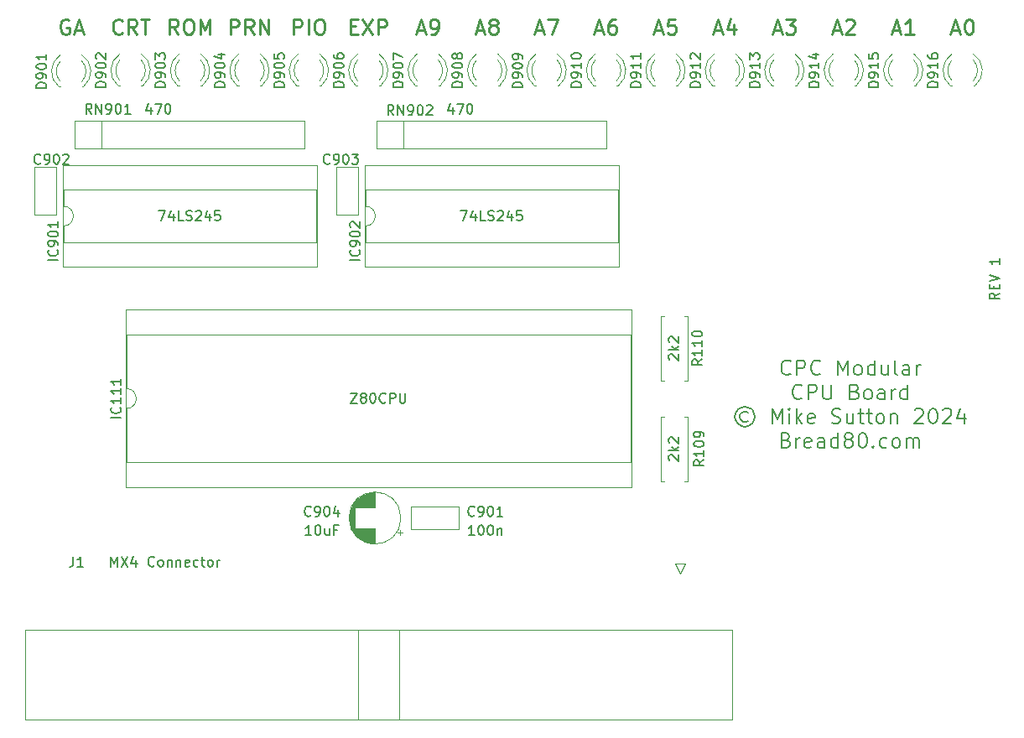
<source format=gto>
G04 #@! TF.GenerationSoftware,KiCad,Pcbnew,(5.1.12)-1*
G04 #@! TF.CreationDate,2024-01-30T17:36:33+00:00*
G04 #@! TF.ProjectId,CPU,4350552e-6b69-4636-9164-5f7063625858,rev?*
G04 #@! TF.SameCoordinates,Original*
G04 #@! TF.FileFunction,Legend,Top*
G04 #@! TF.FilePolarity,Positive*
%FSLAX46Y46*%
G04 Gerber Fmt 4.6, Leading zero omitted, Abs format (unit mm)*
G04 Created by KiCad (PCBNEW (5.1.12)-1) date 2024-01-30 17:36:33*
%MOMM*%
%LPD*%
G01*
G04 APERTURE LIST*
%ADD10C,0.250000*%
%ADD11C,0.150000*%
%ADD12C,0.200000*%
%ADD13C,0.120000*%
G04 APERTURE END LIST*
D10*
X247128571Y-105650000D02*
X247842857Y-105650000D01*
X246985714Y-106078571D02*
X247485714Y-104578571D01*
X247985714Y-106078571D01*
X248771428Y-104578571D02*
X248914285Y-104578571D01*
X249057142Y-104650000D01*
X249128571Y-104721428D01*
X249200000Y-104864285D01*
X249271428Y-105150000D01*
X249271428Y-105507142D01*
X249200000Y-105792857D01*
X249128571Y-105935714D01*
X249057142Y-106007142D01*
X248914285Y-106078571D01*
X248771428Y-106078571D01*
X248628571Y-106007142D01*
X248557142Y-105935714D01*
X248485714Y-105792857D01*
X248414285Y-105507142D01*
X248414285Y-105150000D01*
X248485714Y-104864285D01*
X248557142Y-104721428D01*
X248628571Y-104650000D01*
X248771428Y-104578571D01*
X241128571Y-105650000D02*
X241842857Y-105650000D01*
X240985714Y-106078571D02*
X241485714Y-104578571D01*
X241985714Y-106078571D01*
X243271428Y-106078571D02*
X242414285Y-106078571D01*
X242842857Y-106078571D02*
X242842857Y-104578571D01*
X242700000Y-104792857D01*
X242557142Y-104935714D01*
X242414285Y-105007142D01*
X235128571Y-105650000D02*
X235842857Y-105650000D01*
X234985714Y-106078571D02*
X235485714Y-104578571D01*
X235985714Y-106078571D01*
X236414285Y-104721428D02*
X236485714Y-104650000D01*
X236628571Y-104578571D01*
X236985714Y-104578571D01*
X237128571Y-104650000D01*
X237200000Y-104721428D01*
X237271428Y-104864285D01*
X237271428Y-105007142D01*
X237200000Y-105221428D01*
X236342857Y-106078571D01*
X237271428Y-106078571D01*
X229128571Y-105660000D02*
X229842857Y-105660000D01*
X228985714Y-106088571D02*
X229485714Y-104588571D01*
X229985714Y-106088571D01*
X230342857Y-104588571D02*
X231271428Y-104588571D01*
X230771428Y-105160000D01*
X230985714Y-105160000D01*
X231128571Y-105231428D01*
X231200000Y-105302857D01*
X231271428Y-105445714D01*
X231271428Y-105802857D01*
X231200000Y-105945714D01*
X231128571Y-106017142D01*
X230985714Y-106088571D01*
X230557142Y-106088571D01*
X230414285Y-106017142D01*
X230342857Y-105945714D01*
X223128571Y-105650000D02*
X223842857Y-105650000D01*
X222985714Y-106078571D02*
X223485714Y-104578571D01*
X223985714Y-106078571D01*
X225128571Y-105078571D02*
X225128571Y-106078571D01*
X224771428Y-104507142D02*
X224414285Y-105578571D01*
X225342857Y-105578571D01*
X217128571Y-105650000D02*
X217842857Y-105650000D01*
X216985714Y-106078571D02*
X217485714Y-104578571D01*
X217985714Y-106078571D01*
X219200000Y-104578571D02*
X218485714Y-104578571D01*
X218414285Y-105292857D01*
X218485714Y-105221428D01*
X218628571Y-105150000D01*
X218985714Y-105150000D01*
X219128571Y-105221428D01*
X219200000Y-105292857D01*
X219271428Y-105435714D01*
X219271428Y-105792857D01*
X219200000Y-105935714D01*
X219128571Y-106007142D01*
X218985714Y-106078571D01*
X218628571Y-106078571D01*
X218485714Y-106007142D01*
X218414285Y-105935714D01*
X211128571Y-105660000D02*
X211842857Y-105660000D01*
X210985714Y-106088571D02*
X211485714Y-104588571D01*
X211985714Y-106088571D01*
X213128571Y-104588571D02*
X212842857Y-104588571D01*
X212700000Y-104660000D01*
X212628571Y-104731428D01*
X212485714Y-104945714D01*
X212414285Y-105231428D01*
X212414285Y-105802857D01*
X212485714Y-105945714D01*
X212557142Y-106017142D01*
X212700000Y-106088571D01*
X212985714Y-106088571D01*
X213128571Y-106017142D01*
X213200000Y-105945714D01*
X213271428Y-105802857D01*
X213271428Y-105445714D01*
X213200000Y-105302857D01*
X213128571Y-105231428D01*
X212985714Y-105160000D01*
X212700000Y-105160000D01*
X212557142Y-105231428D01*
X212485714Y-105302857D01*
X212414285Y-105445714D01*
X205128571Y-105660000D02*
X205842857Y-105660000D01*
X204985714Y-106088571D02*
X205485714Y-104588571D01*
X205985714Y-106088571D01*
X206342857Y-104588571D02*
X207342857Y-104588571D01*
X206700000Y-106088571D01*
X199128571Y-105650000D02*
X199842857Y-105650000D01*
X198985714Y-106078571D02*
X199485714Y-104578571D01*
X199985714Y-106078571D01*
X200700000Y-105221428D02*
X200557142Y-105150000D01*
X200485714Y-105078571D01*
X200414285Y-104935714D01*
X200414285Y-104864285D01*
X200485714Y-104721428D01*
X200557142Y-104650000D01*
X200700000Y-104578571D01*
X200985714Y-104578571D01*
X201128571Y-104650000D01*
X201200000Y-104721428D01*
X201271428Y-104864285D01*
X201271428Y-104935714D01*
X201200000Y-105078571D01*
X201128571Y-105150000D01*
X200985714Y-105221428D01*
X200700000Y-105221428D01*
X200557142Y-105292857D01*
X200485714Y-105364285D01*
X200414285Y-105507142D01*
X200414285Y-105792857D01*
X200485714Y-105935714D01*
X200557142Y-106007142D01*
X200700000Y-106078571D01*
X200985714Y-106078571D01*
X201128571Y-106007142D01*
X201200000Y-105935714D01*
X201271428Y-105792857D01*
X201271428Y-105507142D01*
X201200000Y-105364285D01*
X201128571Y-105292857D01*
X200985714Y-105221428D01*
X193128571Y-105650000D02*
X193842857Y-105650000D01*
X192985714Y-106078571D02*
X193485714Y-104578571D01*
X193985714Y-106078571D01*
X194557142Y-106078571D02*
X194842857Y-106078571D01*
X194985714Y-106007142D01*
X195057142Y-105935714D01*
X195200000Y-105721428D01*
X195271428Y-105435714D01*
X195271428Y-104864285D01*
X195200000Y-104721428D01*
X195128571Y-104650000D01*
X194985714Y-104578571D01*
X194700000Y-104578571D01*
X194557142Y-104650000D01*
X194485714Y-104721428D01*
X194414285Y-104864285D01*
X194414285Y-105221428D01*
X194485714Y-105364285D01*
X194557142Y-105435714D01*
X194700000Y-105507142D01*
X194985714Y-105507142D01*
X195128571Y-105435714D01*
X195200000Y-105364285D01*
X195271428Y-105221428D01*
X186414285Y-105302857D02*
X186914285Y-105302857D01*
X187128571Y-106088571D02*
X186414285Y-106088571D01*
X186414285Y-104588571D01*
X187128571Y-104588571D01*
X187628571Y-104588571D02*
X188628571Y-106088571D01*
X188628571Y-104588571D02*
X187628571Y-106088571D01*
X189200000Y-106088571D02*
X189200000Y-104588571D01*
X189771428Y-104588571D01*
X189914285Y-104660000D01*
X189985714Y-104731428D01*
X190057142Y-104874285D01*
X190057142Y-105088571D01*
X189985714Y-105231428D01*
X189914285Y-105302857D01*
X189771428Y-105374285D01*
X189200000Y-105374285D01*
X169001428Y-106078571D02*
X168501428Y-105364285D01*
X168144285Y-106078571D02*
X168144285Y-104578571D01*
X168715714Y-104578571D01*
X168858571Y-104650000D01*
X168930000Y-104721428D01*
X169001428Y-104864285D01*
X169001428Y-105078571D01*
X168930000Y-105221428D01*
X168858571Y-105292857D01*
X168715714Y-105364285D01*
X168144285Y-105364285D01*
X169930000Y-104578571D02*
X170215714Y-104578571D01*
X170358571Y-104650000D01*
X170501428Y-104792857D01*
X170572857Y-105078571D01*
X170572857Y-105578571D01*
X170501428Y-105864285D01*
X170358571Y-106007142D01*
X170215714Y-106078571D01*
X169930000Y-106078571D01*
X169787142Y-106007142D01*
X169644285Y-105864285D01*
X169572857Y-105578571D01*
X169572857Y-105078571D01*
X169644285Y-104792857D01*
X169787142Y-104650000D01*
X169930000Y-104578571D01*
X171215714Y-106078571D02*
X171215714Y-104578571D01*
X171715714Y-105650000D01*
X172215714Y-104578571D01*
X172215714Y-106078571D01*
X180664285Y-106078571D02*
X180664285Y-104578571D01*
X181235714Y-104578571D01*
X181378571Y-104650000D01*
X181450000Y-104721428D01*
X181521428Y-104864285D01*
X181521428Y-105078571D01*
X181450000Y-105221428D01*
X181378571Y-105292857D01*
X181235714Y-105364285D01*
X180664285Y-105364285D01*
X182164285Y-106078571D02*
X182164285Y-104578571D01*
X183164285Y-104578571D02*
X183450000Y-104578571D01*
X183592857Y-104650000D01*
X183735714Y-104792857D01*
X183807142Y-105078571D01*
X183807142Y-105578571D01*
X183735714Y-105864285D01*
X183592857Y-106007142D01*
X183450000Y-106078571D01*
X183164285Y-106078571D01*
X183021428Y-106007142D01*
X182878571Y-105864285D01*
X182807142Y-105578571D01*
X182807142Y-105078571D01*
X182878571Y-104792857D01*
X183021428Y-104650000D01*
X183164285Y-104578571D01*
X174271428Y-106078571D02*
X174271428Y-104578571D01*
X174842857Y-104578571D01*
X174985714Y-104650000D01*
X175057142Y-104721428D01*
X175128571Y-104864285D01*
X175128571Y-105078571D01*
X175057142Y-105221428D01*
X174985714Y-105292857D01*
X174842857Y-105364285D01*
X174271428Y-105364285D01*
X176628571Y-106078571D02*
X176128571Y-105364285D01*
X175771428Y-106078571D02*
X175771428Y-104578571D01*
X176342857Y-104578571D01*
X176485714Y-104650000D01*
X176557142Y-104721428D01*
X176628571Y-104864285D01*
X176628571Y-105078571D01*
X176557142Y-105221428D01*
X176485714Y-105292857D01*
X176342857Y-105364285D01*
X175771428Y-105364285D01*
X177271428Y-106078571D02*
X177271428Y-104578571D01*
X178128571Y-106078571D01*
X178128571Y-104578571D01*
X163342857Y-105935714D02*
X163271428Y-106007142D01*
X163057142Y-106078571D01*
X162914285Y-106078571D01*
X162700000Y-106007142D01*
X162557142Y-105864285D01*
X162485714Y-105721428D01*
X162414285Y-105435714D01*
X162414285Y-105221428D01*
X162485714Y-104935714D01*
X162557142Y-104792857D01*
X162700000Y-104650000D01*
X162914285Y-104578571D01*
X163057142Y-104578571D01*
X163271428Y-104650000D01*
X163342857Y-104721428D01*
X164842857Y-106078571D02*
X164342857Y-105364285D01*
X163985714Y-106078571D02*
X163985714Y-104578571D01*
X164557142Y-104578571D01*
X164700000Y-104650000D01*
X164771428Y-104721428D01*
X164842857Y-104864285D01*
X164842857Y-105078571D01*
X164771428Y-105221428D01*
X164700000Y-105292857D01*
X164557142Y-105364285D01*
X163985714Y-105364285D01*
X165271428Y-104578571D02*
X166128571Y-104578571D01*
X165700000Y-106078571D02*
X165700000Y-104578571D01*
X157950000Y-104650000D02*
X157807142Y-104578571D01*
X157592857Y-104578571D01*
X157378571Y-104650000D01*
X157235714Y-104792857D01*
X157164285Y-104935714D01*
X157092857Y-105221428D01*
X157092857Y-105435714D01*
X157164285Y-105721428D01*
X157235714Y-105864285D01*
X157378571Y-106007142D01*
X157592857Y-106078571D01*
X157735714Y-106078571D01*
X157950000Y-106007142D01*
X158021428Y-105935714D01*
X158021428Y-105435714D01*
X157735714Y-105435714D01*
X158592857Y-105650000D02*
X159307142Y-105650000D01*
X158450000Y-106078571D02*
X158950000Y-104578571D01*
X159450000Y-106078571D01*
D11*
X251912380Y-132238571D02*
X251436190Y-132571904D01*
X251912380Y-132810000D02*
X250912380Y-132810000D01*
X250912380Y-132429047D01*
X250960000Y-132333809D01*
X251007619Y-132286190D01*
X251102857Y-132238571D01*
X251245714Y-132238571D01*
X251340952Y-132286190D01*
X251388571Y-132333809D01*
X251436190Y-132429047D01*
X251436190Y-132810000D01*
X251388571Y-131810000D02*
X251388571Y-131476666D01*
X251912380Y-131333809D02*
X251912380Y-131810000D01*
X250912380Y-131810000D01*
X250912380Y-131333809D01*
X250912380Y-131048095D02*
X251912380Y-130714761D01*
X250912380Y-130381428D01*
X251912380Y-128762380D02*
X251912380Y-129333809D01*
X251912380Y-129048095D02*
X250912380Y-129048095D01*
X251055238Y-129143333D01*
X251150476Y-129238571D01*
X251198095Y-129333809D01*
D12*
X230819285Y-140370714D02*
X230747857Y-140442142D01*
X230533571Y-140513571D01*
X230390714Y-140513571D01*
X230176428Y-140442142D01*
X230033571Y-140299285D01*
X229962142Y-140156428D01*
X229890714Y-139870714D01*
X229890714Y-139656428D01*
X229962142Y-139370714D01*
X230033571Y-139227857D01*
X230176428Y-139085000D01*
X230390714Y-139013571D01*
X230533571Y-139013571D01*
X230747857Y-139085000D01*
X230819285Y-139156428D01*
X231462142Y-140513571D02*
X231462142Y-139013571D01*
X232033571Y-139013571D01*
X232176428Y-139085000D01*
X232247857Y-139156428D01*
X232319285Y-139299285D01*
X232319285Y-139513571D01*
X232247857Y-139656428D01*
X232176428Y-139727857D01*
X232033571Y-139799285D01*
X231462142Y-139799285D01*
X233819285Y-140370714D02*
X233747857Y-140442142D01*
X233533571Y-140513571D01*
X233390714Y-140513571D01*
X233176428Y-140442142D01*
X233033571Y-140299285D01*
X232962142Y-140156428D01*
X232890714Y-139870714D01*
X232890714Y-139656428D01*
X232962142Y-139370714D01*
X233033571Y-139227857D01*
X233176428Y-139085000D01*
X233390714Y-139013571D01*
X233533571Y-139013571D01*
X233747857Y-139085000D01*
X233819285Y-139156428D01*
X235605000Y-140513571D02*
X235605000Y-139013571D01*
X236105000Y-140085000D01*
X236605000Y-139013571D01*
X236605000Y-140513571D01*
X237533571Y-140513571D02*
X237390714Y-140442142D01*
X237319285Y-140370714D01*
X237247857Y-140227857D01*
X237247857Y-139799285D01*
X237319285Y-139656428D01*
X237390714Y-139585000D01*
X237533571Y-139513571D01*
X237747857Y-139513571D01*
X237890714Y-139585000D01*
X237962142Y-139656428D01*
X238033571Y-139799285D01*
X238033571Y-140227857D01*
X237962142Y-140370714D01*
X237890714Y-140442142D01*
X237747857Y-140513571D01*
X237533571Y-140513571D01*
X239319285Y-140513571D02*
X239319285Y-139013571D01*
X239319285Y-140442142D02*
X239176428Y-140513571D01*
X238890714Y-140513571D01*
X238747857Y-140442142D01*
X238676428Y-140370714D01*
X238605000Y-140227857D01*
X238605000Y-139799285D01*
X238676428Y-139656428D01*
X238747857Y-139585000D01*
X238890714Y-139513571D01*
X239176428Y-139513571D01*
X239319285Y-139585000D01*
X240676428Y-139513571D02*
X240676428Y-140513571D01*
X240033571Y-139513571D02*
X240033571Y-140299285D01*
X240105000Y-140442142D01*
X240247857Y-140513571D01*
X240462142Y-140513571D01*
X240605000Y-140442142D01*
X240676428Y-140370714D01*
X241605000Y-140513571D02*
X241462142Y-140442142D01*
X241390714Y-140299285D01*
X241390714Y-139013571D01*
X242819285Y-140513571D02*
X242819285Y-139727857D01*
X242747857Y-139585000D01*
X242605000Y-139513571D01*
X242319285Y-139513571D01*
X242176428Y-139585000D01*
X242819285Y-140442142D02*
X242676428Y-140513571D01*
X242319285Y-140513571D01*
X242176428Y-140442142D01*
X242105000Y-140299285D01*
X242105000Y-140156428D01*
X242176428Y-140013571D01*
X242319285Y-139942142D01*
X242676428Y-139942142D01*
X242819285Y-139870714D01*
X243533571Y-140513571D02*
X243533571Y-139513571D01*
X243533571Y-139799285D02*
X243605000Y-139656428D01*
X243676428Y-139585000D01*
X243819285Y-139513571D01*
X243962142Y-139513571D01*
X231962142Y-142820714D02*
X231890714Y-142892142D01*
X231676428Y-142963571D01*
X231533571Y-142963571D01*
X231319285Y-142892142D01*
X231176428Y-142749285D01*
X231105000Y-142606428D01*
X231033571Y-142320714D01*
X231033571Y-142106428D01*
X231105000Y-141820714D01*
X231176428Y-141677857D01*
X231319285Y-141535000D01*
X231533571Y-141463571D01*
X231676428Y-141463571D01*
X231890714Y-141535000D01*
X231962142Y-141606428D01*
X232605000Y-142963571D02*
X232605000Y-141463571D01*
X233176428Y-141463571D01*
X233319285Y-141535000D01*
X233390714Y-141606428D01*
X233462142Y-141749285D01*
X233462142Y-141963571D01*
X233390714Y-142106428D01*
X233319285Y-142177857D01*
X233176428Y-142249285D01*
X232605000Y-142249285D01*
X234105000Y-141463571D02*
X234105000Y-142677857D01*
X234176428Y-142820714D01*
X234247857Y-142892142D01*
X234390714Y-142963571D01*
X234676428Y-142963571D01*
X234819285Y-142892142D01*
X234890714Y-142820714D01*
X234962142Y-142677857D01*
X234962142Y-141463571D01*
X237319285Y-142177857D02*
X237533571Y-142249285D01*
X237605000Y-142320714D01*
X237676428Y-142463571D01*
X237676428Y-142677857D01*
X237605000Y-142820714D01*
X237533571Y-142892142D01*
X237390714Y-142963571D01*
X236819285Y-142963571D01*
X236819285Y-141463571D01*
X237319285Y-141463571D01*
X237462142Y-141535000D01*
X237533571Y-141606428D01*
X237605000Y-141749285D01*
X237605000Y-141892142D01*
X237533571Y-142035000D01*
X237462142Y-142106428D01*
X237319285Y-142177857D01*
X236819285Y-142177857D01*
X238533571Y-142963571D02*
X238390714Y-142892142D01*
X238319285Y-142820714D01*
X238247857Y-142677857D01*
X238247857Y-142249285D01*
X238319285Y-142106428D01*
X238390714Y-142035000D01*
X238533571Y-141963571D01*
X238747857Y-141963571D01*
X238890714Y-142035000D01*
X238962142Y-142106428D01*
X239033571Y-142249285D01*
X239033571Y-142677857D01*
X238962142Y-142820714D01*
X238890714Y-142892142D01*
X238747857Y-142963571D01*
X238533571Y-142963571D01*
X240319285Y-142963571D02*
X240319285Y-142177857D01*
X240247857Y-142035000D01*
X240105000Y-141963571D01*
X239819285Y-141963571D01*
X239676428Y-142035000D01*
X240319285Y-142892142D02*
X240176428Y-142963571D01*
X239819285Y-142963571D01*
X239676428Y-142892142D01*
X239605000Y-142749285D01*
X239605000Y-142606428D01*
X239676428Y-142463571D01*
X239819285Y-142392142D01*
X240176428Y-142392142D01*
X240319285Y-142320714D01*
X241033571Y-142963571D02*
X241033571Y-141963571D01*
X241033571Y-142249285D02*
X241105000Y-142106428D01*
X241176428Y-142035000D01*
X241319285Y-141963571D01*
X241462142Y-141963571D01*
X242605000Y-142963571D02*
X242605000Y-141463571D01*
X242605000Y-142892142D02*
X242462142Y-142963571D01*
X242176428Y-142963571D01*
X242033571Y-142892142D01*
X241962142Y-142820714D01*
X241890714Y-142677857D01*
X241890714Y-142249285D01*
X241962142Y-142106428D01*
X242033571Y-142035000D01*
X242176428Y-141963571D01*
X242462142Y-141963571D01*
X242605000Y-142035000D01*
X226497857Y-144270714D02*
X226355000Y-144199285D01*
X226069285Y-144199285D01*
X225926428Y-144270714D01*
X225783571Y-144413571D01*
X225712142Y-144556428D01*
X225712142Y-144842142D01*
X225783571Y-144985000D01*
X225926428Y-145127857D01*
X226069285Y-145199285D01*
X226355000Y-145199285D01*
X226497857Y-145127857D01*
X226212142Y-143699285D02*
X225855000Y-143770714D01*
X225497857Y-143985000D01*
X225283571Y-144342142D01*
X225212142Y-144699285D01*
X225283571Y-145056428D01*
X225497857Y-145413571D01*
X225855000Y-145627857D01*
X226212142Y-145699285D01*
X226569285Y-145627857D01*
X226926428Y-145413571D01*
X227140714Y-145056428D01*
X227212142Y-144699285D01*
X227140714Y-144342142D01*
X226926428Y-143985000D01*
X226569285Y-143770714D01*
X226212142Y-143699285D01*
X228997857Y-145413571D02*
X228997857Y-143913571D01*
X229497857Y-144985000D01*
X229997857Y-143913571D01*
X229997857Y-145413571D01*
X230712142Y-145413571D02*
X230712142Y-144413571D01*
X230712142Y-143913571D02*
X230640714Y-143985000D01*
X230712142Y-144056428D01*
X230783571Y-143985000D01*
X230712142Y-143913571D01*
X230712142Y-144056428D01*
X231426428Y-145413571D02*
X231426428Y-143913571D01*
X231569285Y-144842142D02*
X231997857Y-145413571D01*
X231997857Y-144413571D02*
X231426428Y-144985000D01*
X233212142Y-145342142D02*
X233069285Y-145413571D01*
X232783571Y-145413571D01*
X232640714Y-145342142D01*
X232569285Y-145199285D01*
X232569285Y-144627857D01*
X232640714Y-144485000D01*
X232783571Y-144413571D01*
X233069285Y-144413571D01*
X233212142Y-144485000D01*
X233283571Y-144627857D01*
X233283571Y-144770714D01*
X232569285Y-144913571D01*
X234997857Y-145342142D02*
X235212142Y-145413571D01*
X235569285Y-145413571D01*
X235712142Y-145342142D01*
X235783571Y-145270714D01*
X235855000Y-145127857D01*
X235855000Y-144985000D01*
X235783571Y-144842142D01*
X235712142Y-144770714D01*
X235569285Y-144699285D01*
X235283571Y-144627857D01*
X235140714Y-144556428D01*
X235069285Y-144485000D01*
X234997857Y-144342142D01*
X234997857Y-144199285D01*
X235069285Y-144056428D01*
X235140714Y-143985000D01*
X235283571Y-143913571D01*
X235640714Y-143913571D01*
X235855000Y-143985000D01*
X237140714Y-144413571D02*
X237140714Y-145413571D01*
X236497857Y-144413571D02*
X236497857Y-145199285D01*
X236569285Y-145342142D01*
X236712142Y-145413571D01*
X236926428Y-145413571D01*
X237069285Y-145342142D01*
X237140714Y-145270714D01*
X237640714Y-144413571D02*
X238212142Y-144413571D01*
X237855000Y-143913571D02*
X237855000Y-145199285D01*
X237926428Y-145342142D01*
X238069285Y-145413571D01*
X238212142Y-145413571D01*
X238497857Y-144413571D02*
X239069285Y-144413571D01*
X238712142Y-143913571D02*
X238712142Y-145199285D01*
X238783571Y-145342142D01*
X238926428Y-145413571D01*
X239069285Y-145413571D01*
X239783571Y-145413571D02*
X239640714Y-145342142D01*
X239569285Y-145270714D01*
X239497857Y-145127857D01*
X239497857Y-144699285D01*
X239569285Y-144556428D01*
X239640714Y-144485000D01*
X239783571Y-144413571D01*
X239997857Y-144413571D01*
X240140714Y-144485000D01*
X240212142Y-144556428D01*
X240283571Y-144699285D01*
X240283571Y-145127857D01*
X240212142Y-145270714D01*
X240140714Y-145342142D01*
X239997857Y-145413571D01*
X239783571Y-145413571D01*
X240926428Y-144413571D02*
X240926428Y-145413571D01*
X240926428Y-144556428D02*
X240997857Y-144485000D01*
X241140714Y-144413571D01*
X241355000Y-144413571D01*
X241497857Y-144485000D01*
X241569285Y-144627857D01*
X241569285Y-145413571D01*
X243355000Y-144056428D02*
X243426428Y-143985000D01*
X243569285Y-143913571D01*
X243926428Y-143913571D01*
X244069285Y-143985000D01*
X244140714Y-144056428D01*
X244212142Y-144199285D01*
X244212142Y-144342142D01*
X244140714Y-144556428D01*
X243283571Y-145413571D01*
X244212142Y-145413571D01*
X245140714Y-143913571D02*
X245283571Y-143913571D01*
X245426428Y-143985000D01*
X245497857Y-144056428D01*
X245569285Y-144199285D01*
X245640714Y-144485000D01*
X245640714Y-144842142D01*
X245569285Y-145127857D01*
X245497857Y-145270714D01*
X245426428Y-145342142D01*
X245283571Y-145413571D01*
X245140714Y-145413571D01*
X244997857Y-145342142D01*
X244926428Y-145270714D01*
X244855000Y-145127857D01*
X244783571Y-144842142D01*
X244783571Y-144485000D01*
X244855000Y-144199285D01*
X244926428Y-144056428D01*
X244997857Y-143985000D01*
X245140714Y-143913571D01*
X246212142Y-144056428D02*
X246283571Y-143985000D01*
X246426428Y-143913571D01*
X246783571Y-143913571D01*
X246926428Y-143985000D01*
X246997857Y-144056428D01*
X247069285Y-144199285D01*
X247069285Y-144342142D01*
X246997857Y-144556428D01*
X246140714Y-145413571D01*
X247069285Y-145413571D01*
X248355000Y-144413571D02*
X248355000Y-145413571D01*
X247997857Y-143842142D02*
X247640714Y-144913571D01*
X248569285Y-144913571D01*
X230390714Y-147077857D02*
X230605000Y-147149285D01*
X230676428Y-147220714D01*
X230747857Y-147363571D01*
X230747857Y-147577857D01*
X230676428Y-147720714D01*
X230605000Y-147792142D01*
X230462142Y-147863571D01*
X229890714Y-147863571D01*
X229890714Y-146363571D01*
X230390714Y-146363571D01*
X230533571Y-146435000D01*
X230605000Y-146506428D01*
X230676428Y-146649285D01*
X230676428Y-146792142D01*
X230605000Y-146935000D01*
X230533571Y-147006428D01*
X230390714Y-147077857D01*
X229890714Y-147077857D01*
X231390714Y-147863571D02*
X231390714Y-146863571D01*
X231390714Y-147149285D02*
X231462142Y-147006428D01*
X231533571Y-146935000D01*
X231676428Y-146863571D01*
X231819285Y-146863571D01*
X232890714Y-147792142D02*
X232747857Y-147863571D01*
X232462142Y-147863571D01*
X232319285Y-147792142D01*
X232247857Y-147649285D01*
X232247857Y-147077857D01*
X232319285Y-146935000D01*
X232462142Y-146863571D01*
X232747857Y-146863571D01*
X232890714Y-146935000D01*
X232962142Y-147077857D01*
X232962142Y-147220714D01*
X232247857Y-147363571D01*
X234247857Y-147863571D02*
X234247857Y-147077857D01*
X234176428Y-146935000D01*
X234033571Y-146863571D01*
X233747857Y-146863571D01*
X233605000Y-146935000D01*
X234247857Y-147792142D02*
X234105000Y-147863571D01*
X233747857Y-147863571D01*
X233605000Y-147792142D01*
X233533571Y-147649285D01*
X233533571Y-147506428D01*
X233605000Y-147363571D01*
X233747857Y-147292142D01*
X234105000Y-147292142D01*
X234247857Y-147220714D01*
X235605000Y-147863571D02*
X235605000Y-146363571D01*
X235605000Y-147792142D02*
X235462142Y-147863571D01*
X235176428Y-147863571D01*
X235033571Y-147792142D01*
X234962142Y-147720714D01*
X234890714Y-147577857D01*
X234890714Y-147149285D01*
X234962142Y-147006428D01*
X235033571Y-146935000D01*
X235176428Y-146863571D01*
X235462142Y-146863571D01*
X235605000Y-146935000D01*
X236533571Y-147006428D02*
X236390714Y-146935000D01*
X236319285Y-146863571D01*
X236247857Y-146720714D01*
X236247857Y-146649285D01*
X236319285Y-146506428D01*
X236390714Y-146435000D01*
X236533571Y-146363571D01*
X236819285Y-146363571D01*
X236962142Y-146435000D01*
X237033571Y-146506428D01*
X237105000Y-146649285D01*
X237105000Y-146720714D01*
X237033571Y-146863571D01*
X236962142Y-146935000D01*
X236819285Y-147006428D01*
X236533571Y-147006428D01*
X236390714Y-147077857D01*
X236319285Y-147149285D01*
X236247857Y-147292142D01*
X236247857Y-147577857D01*
X236319285Y-147720714D01*
X236390714Y-147792142D01*
X236533571Y-147863571D01*
X236819285Y-147863571D01*
X236962142Y-147792142D01*
X237033571Y-147720714D01*
X237105000Y-147577857D01*
X237105000Y-147292142D01*
X237033571Y-147149285D01*
X236962142Y-147077857D01*
X236819285Y-147006428D01*
X238033571Y-146363571D02*
X238176428Y-146363571D01*
X238319285Y-146435000D01*
X238390714Y-146506428D01*
X238462142Y-146649285D01*
X238533571Y-146935000D01*
X238533571Y-147292142D01*
X238462142Y-147577857D01*
X238390714Y-147720714D01*
X238319285Y-147792142D01*
X238176428Y-147863571D01*
X238033571Y-147863571D01*
X237890714Y-147792142D01*
X237819285Y-147720714D01*
X237747857Y-147577857D01*
X237676428Y-147292142D01*
X237676428Y-146935000D01*
X237747857Y-146649285D01*
X237819285Y-146506428D01*
X237890714Y-146435000D01*
X238033571Y-146363571D01*
X239176428Y-147720714D02*
X239247857Y-147792142D01*
X239176428Y-147863571D01*
X239105000Y-147792142D01*
X239176428Y-147720714D01*
X239176428Y-147863571D01*
X240533571Y-147792142D02*
X240390714Y-147863571D01*
X240105000Y-147863571D01*
X239962142Y-147792142D01*
X239890714Y-147720714D01*
X239819285Y-147577857D01*
X239819285Y-147149285D01*
X239890714Y-147006428D01*
X239962142Y-146935000D01*
X240105000Y-146863571D01*
X240390714Y-146863571D01*
X240533571Y-146935000D01*
X241390714Y-147863571D02*
X241247857Y-147792142D01*
X241176428Y-147720714D01*
X241105000Y-147577857D01*
X241105000Y-147149285D01*
X241176428Y-147006428D01*
X241247857Y-146935000D01*
X241390714Y-146863571D01*
X241605000Y-146863571D01*
X241747857Y-146935000D01*
X241819285Y-147006428D01*
X241890714Y-147149285D01*
X241890714Y-147577857D01*
X241819285Y-147720714D01*
X241747857Y-147792142D01*
X241605000Y-147863571D01*
X241390714Y-147863571D01*
X242533571Y-147863571D02*
X242533571Y-146863571D01*
X242533571Y-147006428D02*
X242605000Y-146935000D01*
X242747857Y-146863571D01*
X242962142Y-146863571D01*
X243105000Y-146935000D01*
X243176428Y-147077857D01*
X243176428Y-147863571D01*
X243176428Y-147077857D02*
X243247857Y-146935000D01*
X243390714Y-146863571D01*
X243605000Y-146863571D01*
X243747857Y-146935000D01*
X243819285Y-147077857D01*
X243819285Y-147863571D01*
D13*
X161290000Y-114805000D02*
X161290000Y-117605000D01*
X181780000Y-114805000D02*
X158580000Y-114805000D01*
X181780000Y-117605000D02*
X181780000Y-114805000D01*
X158580000Y-117605000D02*
X181780000Y-117605000D01*
X158580000Y-114805000D02*
X158580000Y-117605000D01*
X191770000Y-114805000D02*
X191770000Y-117605000D01*
X212260000Y-114805000D02*
X189060000Y-114805000D01*
X212260000Y-117605000D02*
X212260000Y-114805000D01*
X189060000Y-117605000D02*
X212260000Y-117605000D01*
X189060000Y-114805000D02*
X189060000Y-117605000D01*
X163710000Y-133925000D02*
X163710000Y-151825000D01*
X214750000Y-133925000D02*
X163710000Y-133925000D01*
X214750000Y-151825000D02*
X214750000Y-133925000D01*
X163710000Y-151825000D02*
X214750000Y-151825000D01*
X163770000Y-136415000D02*
X163770000Y-141875000D01*
X214690000Y-136415000D02*
X163770000Y-136415000D01*
X214690000Y-149335000D02*
X214690000Y-136415000D01*
X163770000Y-149335000D02*
X214690000Y-149335000D01*
X163770000Y-143875000D02*
X163770000Y-149335000D01*
X163770000Y-141875000D02*
G75*
G02*
X163770000Y-143875000I0J-1000000D01*
G01*
X217705000Y-141065000D02*
X218035000Y-141065000D01*
X217705000Y-134525000D02*
X217705000Y-141065000D01*
X218035000Y-134525000D02*
X217705000Y-134525000D01*
X220445000Y-141065000D02*
X220115000Y-141065000D01*
X220445000Y-134525000D02*
X220445000Y-141065000D01*
X220115000Y-134525000D02*
X220445000Y-134525000D01*
X220445000Y-144685000D02*
X220115000Y-144685000D01*
X220445000Y-151225000D02*
X220445000Y-144685000D01*
X220115000Y-151225000D02*
X220445000Y-151225000D01*
X217705000Y-144685000D02*
X218035000Y-144685000D01*
X217705000Y-151225000D02*
X217705000Y-144685000D01*
X218035000Y-151225000D02*
X217705000Y-151225000D01*
X219210000Y-159575000D02*
X219710000Y-160575000D01*
X220210000Y-159575000D02*
X219210000Y-159575000D01*
X219710000Y-160575000D02*
X220210000Y-159575000D01*
X153540000Y-166195000D02*
X224920000Y-166195000D01*
X153540000Y-175315000D02*
X153540000Y-166195000D01*
X224920000Y-175315000D02*
X153540000Y-175315000D01*
X224920000Y-166195000D02*
X224920000Y-175315000D01*
X187180000Y-166195000D02*
X187180000Y-175315000D01*
X191280000Y-166195000D02*
X191280000Y-175315000D01*
X187840000Y-119320000D02*
X187840000Y-129600000D01*
X213480000Y-119320000D02*
X187840000Y-119320000D01*
X213480000Y-129600000D02*
X213480000Y-119320000D01*
X187840000Y-129600000D02*
X213480000Y-129600000D01*
X187900000Y-121810000D02*
X187900000Y-123460000D01*
X213420000Y-121810000D02*
X187900000Y-121810000D01*
X213420000Y-127110000D02*
X213420000Y-121810000D01*
X187900000Y-127110000D02*
X213420000Y-127110000D01*
X187900000Y-125460000D02*
X187900000Y-127110000D01*
X187900000Y-123460000D02*
G75*
G02*
X187900000Y-125460000I0J-1000000D01*
G01*
X157360000Y-119320000D02*
X157360000Y-129600000D01*
X183000000Y-119320000D02*
X157360000Y-119320000D01*
X183000000Y-129600000D02*
X183000000Y-119320000D01*
X157360000Y-129600000D02*
X183000000Y-129600000D01*
X157420000Y-121810000D02*
X157420000Y-123460000D01*
X182940000Y-121810000D02*
X157420000Y-121810000D01*
X182940000Y-127110000D02*
X182940000Y-121810000D01*
X157420000Y-127110000D02*
X182940000Y-127110000D01*
X157420000Y-125460000D02*
X157420000Y-127110000D01*
X157420000Y-123460000D02*
G75*
G02*
X157420000Y-125460000I0J-1000000D01*
G01*
X249280000Y-111315000D02*
X249436000Y-111315000D01*
X246964000Y-111315000D02*
X247120000Y-111315000D01*
X249279837Y-108713870D02*
G75*
G02*
X249280000Y-110795961I-1079837J-1041130D01*
G01*
X247120163Y-108713870D02*
G75*
G03*
X247120000Y-110795961I1079837J-1041130D01*
G01*
X249278608Y-108082665D02*
G75*
G02*
X249435516Y-111315000I-1078608J-1672335D01*
G01*
X247121392Y-108082665D02*
G75*
G03*
X246964484Y-111315000I1078608J-1672335D01*
G01*
X243280000Y-111315000D02*
X243436000Y-111315000D01*
X240964000Y-111315000D02*
X241120000Y-111315000D01*
X243279837Y-108713870D02*
G75*
G02*
X243280000Y-110795961I-1079837J-1041130D01*
G01*
X241120163Y-108713870D02*
G75*
G03*
X241120000Y-110795961I1079837J-1041130D01*
G01*
X243278608Y-108082665D02*
G75*
G02*
X243435516Y-111315000I-1078608J-1672335D01*
G01*
X241121392Y-108082665D02*
G75*
G03*
X240964484Y-111315000I1078608J-1672335D01*
G01*
X237280000Y-111315000D02*
X237436000Y-111315000D01*
X234964000Y-111315000D02*
X235120000Y-111315000D01*
X237279837Y-108713870D02*
G75*
G02*
X237280000Y-110795961I-1079837J-1041130D01*
G01*
X235120163Y-108713870D02*
G75*
G03*
X235120000Y-110795961I1079837J-1041130D01*
G01*
X237278608Y-108082665D02*
G75*
G02*
X237435516Y-111315000I-1078608J-1672335D01*
G01*
X235121392Y-108082665D02*
G75*
G03*
X234964484Y-111315000I1078608J-1672335D01*
G01*
X231280000Y-111315000D02*
X231436000Y-111315000D01*
X228964000Y-111315000D02*
X229120000Y-111315000D01*
X231279837Y-108713870D02*
G75*
G02*
X231280000Y-110795961I-1079837J-1041130D01*
G01*
X229120163Y-108713870D02*
G75*
G03*
X229120000Y-110795961I1079837J-1041130D01*
G01*
X231278608Y-108082665D02*
G75*
G02*
X231435516Y-111315000I-1078608J-1672335D01*
G01*
X229121392Y-108082665D02*
G75*
G03*
X228964484Y-111315000I1078608J-1672335D01*
G01*
X225280000Y-111315000D02*
X225436000Y-111315000D01*
X222964000Y-111315000D02*
X223120000Y-111315000D01*
X225279837Y-108713870D02*
G75*
G02*
X225280000Y-110795961I-1079837J-1041130D01*
G01*
X223120163Y-108713870D02*
G75*
G03*
X223120000Y-110795961I1079837J-1041130D01*
G01*
X225278608Y-108082665D02*
G75*
G02*
X225435516Y-111315000I-1078608J-1672335D01*
G01*
X223121392Y-108082665D02*
G75*
G03*
X222964484Y-111315000I1078608J-1672335D01*
G01*
X219280000Y-111315000D02*
X219436000Y-111315000D01*
X216964000Y-111315000D02*
X217120000Y-111315000D01*
X219279837Y-108713870D02*
G75*
G02*
X219280000Y-110795961I-1079837J-1041130D01*
G01*
X217120163Y-108713870D02*
G75*
G03*
X217120000Y-110795961I1079837J-1041130D01*
G01*
X219278608Y-108082665D02*
G75*
G02*
X219435516Y-111315000I-1078608J-1672335D01*
G01*
X217121392Y-108082665D02*
G75*
G03*
X216964484Y-111315000I1078608J-1672335D01*
G01*
X213280000Y-111315000D02*
X213436000Y-111315000D01*
X210964000Y-111315000D02*
X211120000Y-111315000D01*
X213279837Y-108713870D02*
G75*
G02*
X213280000Y-110795961I-1079837J-1041130D01*
G01*
X211120163Y-108713870D02*
G75*
G03*
X211120000Y-110795961I1079837J-1041130D01*
G01*
X213278608Y-108082665D02*
G75*
G02*
X213435516Y-111315000I-1078608J-1672335D01*
G01*
X211121392Y-108082665D02*
G75*
G03*
X210964484Y-111315000I1078608J-1672335D01*
G01*
X207280000Y-111315000D02*
X207436000Y-111315000D01*
X204964000Y-111315000D02*
X205120000Y-111315000D01*
X207279837Y-108713870D02*
G75*
G02*
X207280000Y-110795961I-1079837J-1041130D01*
G01*
X205120163Y-108713870D02*
G75*
G03*
X205120000Y-110795961I1079837J-1041130D01*
G01*
X207278608Y-108082665D02*
G75*
G02*
X207435516Y-111315000I-1078608J-1672335D01*
G01*
X205121392Y-108082665D02*
G75*
G03*
X204964484Y-111315000I1078608J-1672335D01*
G01*
X201280000Y-111315000D02*
X201436000Y-111315000D01*
X198964000Y-111315000D02*
X199120000Y-111315000D01*
X201279837Y-108713870D02*
G75*
G02*
X201280000Y-110795961I-1079837J-1041130D01*
G01*
X199120163Y-108713870D02*
G75*
G03*
X199120000Y-110795961I1079837J-1041130D01*
G01*
X201278608Y-108082665D02*
G75*
G02*
X201435516Y-111315000I-1078608J-1672335D01*
G01*
X199121392Y-108082665D02*
G75*
G03*
X198964484Y-111315000I1078608J-1672335D01*
G01*
X195280000Y-111315000D02*
X195436000Y-111315000D01*
X192964000Y-111315000D02*
X193120000Y-111315000D01*
X195279837Y-108713870D02*
G75*
G02*
X195280000Y-110795961I-1079837J-1041130D01*
G01*
X193120163Y-108713870D02*
G75*
G03*
X193120000Y-110795961I1079837J-1041130D01*
G01*
X195278608Y-108082665D02*
G75*
G02*
X195435516Y-111315000I-1078608J-1672335D01*
G01*
X193121392Y-108082665D02*
G75*
G03*
X192964484Y-111315000I1078608J-1672335D01*
G01*
X189280000Y-111315000D02*
X189436000Y-111315000D01*
X186964000Y-111315000D02*
X187120000Y-111315000D01*
X189279837Y-108713870D02*
G75*
G02*
X189280000Y-110795961I-1079837J-1041130D01*
G01*
X187120163Y-108713870D02*
G75*
G03*
X187120000Y-110795961I1079837J-1041130D01*
G01*
X189278608Y-108082665D02*
G75*
G02*
X189435516Y-111315000I-1078608J-1672335D01*
G01*
X187121392Y-108082665D02*
G75*
G03*
X186964484Y-111315000I1078608J-1672335D01*
G01*
X183280000Y-111315000D02*
X183436000Y-111315000D01*
X180964000Y-111315000D02*
X181120000Y-111315000D01*
X183279837Y-108713870D02*
G75*
G02*
X183280000Y-110795961I-1079837J-1041130D01*
G01*
X181120163Y-108713870D02*
G75*
G03*
X181120000Y-110795961I1079837J-1041130D01*
G01*
X183278608Y-108082665D02*
G75*
G02*
X183435516Y-111315000I-1078608J-1672335D01*
G01*
X181121392Y-108082665D02*
G75*
G03*
X180964484Y-111315000I1078608J-1672335D01*
G01*
X177280000Y-111315000D02*
X177436000Y-111315000D01*
X174964000Y-111315000D02*
X175120000Y-111315000D01*
X177279837Y-108713870D02*
G75*
G02*
X177280000Y-110795961I-1079837J-1041130D01*
G01*
X175120163Y-108713870D02*
G75*
G03*
X175120000Y-110795961I1079837J-1041130D01*
G01*
X177278608Y-108082665D02*
G75*
G02*
X177435516Y-111315000I-1078608J-1672335D01*
G01*
X175121392Y-108082665D02*
G75*
G03*
X174964484Y-111315000I1078608J-1672335D01*
G01*
X171280000Y-111315000D02*
X171436000Y-111315000D01*
X168964000Y-111315000D02*
X169120000Y-111315000D01*
X171279837Y-108713870D02*
G75*
G02*
X171280000Y-110795961I-1079837J-1041130D01*
G01*
X169120163Y-108713870D02*
G75*
G03*
X169120000Y-110795961I1079837J-1041130D01*
G01*
X171278608Y-108082665D02*
G75*
G02*
X171435516Y-111315000I-1078608J-1672335D01*
G01*
X169121392Y-108082665D02*
G75*
G03*
X168964484Y-111315000I1078608J-1672335D01*
G01*
X165280000Y-111315000D02*
X165436000Y-111315000D01*
X162964000Y-111315000D02*
X163120000Y-111315000D01*
X165279837Y-108713870D02*
G75*
G02*
X165280000Y-110795961I-1079837J-1041130D01*
G01*
X163120163Y-108713870D02*
G75*
G03*
X163120000Y-110795961I1079837J-1041130D01*
G01*
X165278608Y-108082665D02*
G75*
G02*
X165435516Y-111315000I-1078608J-1672335D01*
G01*
X163121392Y-108082665D02*
G75*
G03*
X162964484Y-111315000I1078608J-1672335D01*
G01*
X159280000Y-111405000D02*
X159436000Y-111405000D01*
X156964000Y-111405000D02*
X157120000Y-111405000D01*
X159279837Y-108803870D02*
G75*
G02*
X159280000Y-110885961I-1079837J-1041130D01*
G01*
X157120163Y-108803870D02*
G75*
G03*
X157120000Y-110885961I1079837J-1041130D01*
G01*
X159278608Y-108172665D02*
G75*
G02*
X159435516Y-111405000I-1078608J-1672335D01*
G01*
X157121392Y-108172665D02*
G75*
G03*
X156964484Y-111405000I1078608J-1672335D01*
G01*
X191419775Y-156665000D02*
X191419775Y-156165000D01*
X191669775Y-156415000D02*
X191169775Y-156415000D01*
X186264000Y-155224000D02*
X186264000Y-154656000D01*
X186304000Y-155458000D02*
X186304000Y-154422000D01*
X186344000Y-155617000D02*
X186344000Y-154263000D01*
X186384000Y-155745000D02*
X186384000Y-154135000D01*
X186424000Y-155855000D02*
X186424000Y-154025000D01*
X186464000Y-155951000D02*
X186464000Y-153929000D01*
X186504000Y-156038000D02*
X186504000Y-153842000D01*
X186544000Y-156118000D02*
X186544000Y-153762000D01*
X186584000Y-156191000D02*
X186584000Y-153689000D01*
X186624000Y-156259000D02*
X186624000Y-153621000D01*
X186664000Y-156323000D02*
X186664000Y-153557000D01*
X186704000Y-156383000D02*
X186704000Y-153497000D01*
X186744000Y-156440000D02*
X186744000Y-153440000D01*
X186784000Y-156494000D02*
X186784000Y-153386000D01*
X186824000Y-156545000D02*
X186824000Y-153335000D01*
X186864000Y-153900000D02*
X186864000Y-153287000D01*
X186864000Y-156593000D02*
X186864000Y-155980000D01*
X186904000Y-153900000D02*
X186904000Y-153241000D01*
X186904000Y-156639000D02*
X186904000Y-155980000D01*
X186944000Y-153900000D02*
X186944000Y-153197000D01*
X186944000Y-156683000D02*
X186944000Y-155980000D01*
X186984000Y-153900000D02*
X186984000Y-153155000D01*
X186984000Y-156725000D02*
X186984000Y-155980000D01*
X187024000Y-153900000D02*
X187024000Y-153114000D01*
X187024000Y-156766000D02*
X187024000Y-155980000D01*
X187064000Y-153900000D02*
X187064000Y-153076000D01*
X187064000Y-156804000D02*
X187064000Y-155980000D01*
X187104000Y-153900000D02*
X187104000Y-153039000D01*
X187104000Y-156841000D02*
X187104000Y-155980000D01*
X187144000Y-153900000D02*
X187144000Y-153003000D01*
X187144000Y-156877000D02*
X187144000Y-155980000D01*
X187184000Y-153900000D02*
X187184000Y-152969000D01*
X187184000Y-156911000D02*
X187184000Y-155980000D01*
X187224000Y-153900000D02*
X187224000Y-152936000D01*
X187224000Y-156944000D02*
X187224000Y-155980000D01*
X187264000Y-153900000D02*
X187264000Y-152905000D01*
X187264000Y-156975000D02*
X187264000Y-155980000D01*
X187304000Y-153900000D02*
X187304000Y-152875000D01*
X187304000Y-157005000D02*
X187304000Y-155980000D01*
X187344000Y-153900000D02*
X187344000Y-152845000D01*
X187344000Y-157035000D02*
X187344000Y-155980000D01*
X187384000Y-153900000D02*
X187384000Y-152818000D01*
X187384000Y-157062000D02*
X187384000Y-155980000D01*
X187424000Y-153900000D02*
X187424000Y-152791000D01*
X187424000Y-157089000D02*
X187424000Y-155980000D01*
X187464000Y-153900000D02*
X187464000Y-152765000D01*
X187464000Y-157115000D02*
X187464000Y-155980000D01*
X187504000Y-153900000D02*
X187504000Y-152740000D01*
X187504000Y-157140000D02*
X187504000Y-155980000D01*
X187544000Y-153900000D02*
X187544000Y-152716000D01*
X187544000Y-157164000D02*
X187544000Y-155980000D01*
X187584000Y-153900000D02*
X187584000Y-152693000D01*
X187584000Y-157187000D02*
X187584000Y-155980000D01*
X187624000Y-153900000D02*
X187624000Y-152672000D01*
X187624000Y-157208000D02*
X187624000Y-155980000D01*
X187664000Y-153900000D02*
X187664000Y-152650000D01*
X187664000Y-157230000D02*
X187664000Y-155980000D01*
X187704000Y-153900000D02*
X187704000Y-152630000D01*
X187704000Y-157250000D02*
X187704000Y-155980000D01*
X187744000Y-153900000D02*
X187744000Y-152611000D01*
X187744000Y-157269000D02*
X187744000Y-155980000D01*
X187784000Y-153900000D02*
X187784000Y-152592000D01*
X187784000Y-157288000D02*
X187784000Y-155980000D01*
X187824000Y-153900000D02*
X187824000Y-152575000D01*
X187824000Y-157305000D02*
X187824000Y-155980000D01*
X187864000Y-153900000D02*
X187864000Y-152558000D01*
X187864000Y-157322000D02*
X187864000Y-155980000D01*
X187904000Y-153900000D02*
X187904000Y-152542000D01*
X187904000Y-157338000D02*
X187904000Y-155980000D01*
X187944000Y-153900000D02*
X187944000Y-152526000D01*
X187944000Y-157354000D02*
X187944000Y-155980000D01*
X187984000Y-153900000D02*
X187984000Y-152512000D01*
X187984000Y-157368000D02*
X187984000Y-155980000D01*
X188024000Y-153900000D02*
X188024000Y-152498000D01*
X188024000Y-157382000D02*
X188024000Y-155980000D01*
X188064000Y-153900000D02*
X188064000Y-152485000D01*
X188064000Y-157395000D02*
X188064000Y-155980000D01*
X188104000Y-153900000D02*
X188104000Y-152472000D01*
X188104000Y-157408000D02*
X188104000Y-155980000D01*
X188144000Y-153900000D02*
X188144000Y-152460000D01*
X188144000Y-157420000D02*
X188144000Y-155980000D01*
X188185000Y-153900000D02*
X188185000Y-152449000D01*
X188185000Y-157431000D02*
X188185000Y-155980000D01*
X188225000Y-153900000D02*
X188225000Y-152439000D01*
X188225000Y-157441000D02*
X188225000Y-155980000D01*
X188265000Y-153900000D02*
X188265000Y-152429000D01*
X188265000Y-157451000D02*
X188265000Y-155980000D01*
X188305000Y-153900000D02*
X188305000Y-152420000D01*
X188305000Y-157460000D02*
X188305000Y-155980000D01*
X188345000Y-153900000D02*
X188345000Y-152412000D01*
X188345000Y-157468000D02*
X188345000Y-155980000D01*
X188385000Y-153900000D02*
X188385000Y-152404000D01*
X188385000Y-157476000D02*
X188385000Y-155980000D01*
X188425000Y-153900000D02*
X188425000Y-152397000D01*
X188425000Y-157483000D02*
X188425000Y-155980000D01*
X188465000Y-153900000D02*
X188465000Y-152390000D01*
X188465000Y-157490000D02*
X188465000Y-155980000D01*
X188505000Y-153900000D02*
X188505000Y-152384000D01*
X188505000Y-157496000D02*
X188505000Y-155980000D01*
X188545000Y-153900000D02*
X188545000Y-152379000D01*
X188545000Y-157501000D02*
X188545000Y-155980000D01*
X188585000Y-153900000D02*
X188585000Y-152375000D01*
X188585000Y-157505000D02*
X188585000Y-155980000D01*
X188625000Y-153900000D02*
X188625000Y-152371000D01*
X188625000Y-157509000D02*
X188625000Y-155980000D01*
X188665000Y-153900000D02*
X188665000Y-152367000D01*
X188665000Y-157513000D02*
X188665000Y-155980000D01*
X188705000Y-153900000D02*
X188705000Y-152364000D01*
X188705000Y-157516000D02*
X188705000Y-155980000D01*
X188745000Y-153900000D02*
X188745000Y-152362000D01*
X188745000Y-157518000D02*
X188745000Y-155980000D01*
X188785000Y-153900000D02*
X188785000Y-152361000D01*
X188785000Y-157519000D02*
X188785000Y-155980000D01*
X188825000Y-157520000D02*
X188825000Y-155980000D01*
X188825000Y-153900000D02*
X188825000Y-152360000D01*
X188865000Y-157520000D02*
X188865000Y-155980000D01*
X188865000Y-153900000D02*
X188865000Y-152360000D01*
X191485000Y-154940000D02*
G75*
G03*
X191485000Y-154940000I-2620000J0D01*
G01*
X187175000Y-124320000D02*
X184935000Y-124320000D01*
X187175000Y-119480000D02*
X184935000Y-119480000D01*
X184935000Y-119480000D02*
X184935000Y-124320000D01*
X187175000Y-119480000D02*
X187175000Y-124320000D01*
X156695000Y-124320000D02*
X154455000Y-124320000D01*
X156695000Y-119480000D02*
X154455000Y-119480000D01*
X154455000Y-119480000D02*
X154455000Y-124320000D01*
X156695000Y-119480000D02*
X156695000Y-124320000D01*
X197345000Y-153820000D02*
X197345000Y-156060000D01*
X192505000Y-153820000D02*
X192505000Y-156060000D01*
X192505000Y-156060000D02*
X197345000Y-156060000D01*
X192505000Y-153820000D02*
X197345000Y-153820000D01*
D11*
X160282142Y-114117380D02*
X159948809Y-113641190D01*
X159710714Y-114117380D02*
X159710714Y-113117380D01*
X160091666Y-113117380D01*
X160186904Y-113165000D01*
X160234523Y-113212619D01*
X160282142Y-113307857D01*
X160282142Y-113450714D01*
X160234523Y-113545952D01*
X160186904Y-113593571D01*
X160091666Y-113641190D01*
X159710714Y-113641190D01*
X160710714Y-114117380D02*
X160710714Y-113117380D01*
X161282142Y-114117380D01*
X161282142Y-113117380D01*
X161805952Y-114117380D02*
X161996428Y-114117380D01*
X162091666Y-114069761D01*
X162139285Y-114022142D01*
X162234523Y-113879285D01*
X162282142Y-113688809D01*
X162282142Y-113307857D01*
X162234523Y-113212619D01*
X162186904Y-113165000D01*
X162091666Y-113117380D01*
X161901190Y-113117380D01*
X161805952Y-113165000D01*
X161758333Y-113212619D01*
X161710714Y-113307857D01*
X161710714Y-113545952D01*
X161758333Y-113641190D01*
X161805952Y-113688809D01*
X161901190Y-113736428D01*
X162091666Y-113736428D01*
X162186904Y-113688809D01*
X162234523Y-113641190D01*
X162282142Y-113545952D01*
X162901190Y-113117380D02*
X162996428Y-113117380D01*
X163091666Y-113165000D01*
X163139285Y-113212619D01*
X163186904Y-113307857D01*
X163234523Y-113498333D01*
X163234523Y-113736428D01*
X163186904Y-113926904D01*
X163139285Y-114022142D01*
X163091666Y-114069761D01*
X162996428Y-114117380D01*
X162901190Y-114117380D01*
X162805952Y-114069761D01*
X162758333Y-114022142D01*
X162710714Y-113926904D01*
X162663095Y-113736428D01*
X162663095Y-113498333D01*
X162710714Y-113307857D01*
X162758333Y-113212619D01*
X162805952Y-113165000D01*
X162901190Y-113117380D01*
X164186904Y-114117380D02*
X163615476Y-114117380D01*
X163901190Y-114117380D02*
X163901190Y-113117380D01*
X163805952Y-113260238D01*
X163710714Y-113355476D01*
X163615476Y-113403095D01*
X166243095Y-113450714D02*
X166243095Y-114117380D01*
X166005000Y-113069761D02*
X165766904Y-113784047D01*
X166385952Y-113784047D01*
X166671666Y-113117380D02*
X167338333Y-113117380D01*
X166909761Y-114117380D01*
X167909761Y-113117380D02*
X168005000Y-113117380D01*
X168100238Y-113165000D01*
X168147857Y-113212619D01*
X168195476Y-113307857D01*
X168243095Y-113498333D01*
X168243095Y-113736428D01*
X168195476Y-113926904D01*
X168147857Y-114022142D01*
X168100238Y-114069761D01*
X168005000Y-114117380D01*
X167909761Y-114117380D01*
X167814523Y-114069761D01*
X167766904Y-114022142D01*
X167719285Y-113926904D01*
X167671666Y-113736428D01*
X167671666Y-113498333D01*
X167719285Y-113307857D01*
X167766904Y-113212619D01*
X167814523Y-113165000D01*
X167909761Y-113117380D01*
X190762142Y-114257380D02*
X190428809Y-113781190D01*
X190190714Y-114257380D02*
X190190714Y-113257380D01*
X190571666Y-113257380D01*
X190666904Y-113305000D01*
X190714523Y-113352619D01*
X190762142Y-113447857D01*
X190762142Y-113590714D01*
X190714523Y-113685952D01*
X190666904Y-113733571D01*
X190571666Y-113781190D01*
X190190714Y-113781190D01*
X191190714Y-114257380D02*
X191190714Y-113257380D01*
X191762142Y-114257380D01*
X191762142Y-113257380D01*
X192285952Y-114257380D02*
X192476428Y-114257380D01*
X192571666Y-114209761D01*
X192619285Y-114162142D01*
X192714523Y-114019285D01*
X192762142Y-113828809D01*
X192762142Y-113447857D01*
X192714523Y-113352619D01*
X192666904Y-113305000D01*
X192571666Y-113257380D01*
X192381190Y-113257380D01*
X192285952Y-113305000D01*
X192238333Y-113352619D01*
X192190714Y-113447857D01*
X192190714Y-113685952D01*
X192238333Y-113781190D01*
X192285952Y-113828809D01*
X192381190Y-113876428D01*
X192571666Y-113876428D01*
X192666904Y-113828809D01*
X192714523Y-113781190D01*
X192762142Y-113685952D01*
X193381190Y-113257380D02*
X193476428Y-113257380D01*
X193571666Y-113305000D01*
X193619285Y-113352619D01*
X193666904Y-113447857D01*
X193714523Y-113638333D01*
X193714523Y-113876428D01*
X193666904Y-114066904D01*
X193619285Y-114162142D01*
X193571666Y-114209761D01*
X193476428Y-114257380D01*
X193381190Y-114257380D01*
X193285952Y-114209761D01*
X193238333Y-114162142D01*
X193190714Y-114066904D01*
X193143095Y-113876428D01*
X193143095Y-113638333D01*
X193190714Y-113447857D01*
X193238333Y-113352619D01*
X193285952Y-113305000D01*
X193381190Y-113257380D01*
X194095476Y-113352619D02*
X194143095Y-113305000D01*
X194238333Y-113257380D01*
X194476428Y-113257380D01*
X194571666Y-113305000D01*
X194619285Y-113352619D01*
X194666904Y-113447857D01*
X194666904Y-113543095D01*
X194619285Y-113685952D01*
X194047857Y-114257380D01*
X194666904Y-114257380D01*
X196723095Y-113450714D02*
X196723095Y-114117380D01*
X196485000Y-113069761D02*
X196246904Y-113784047D01*
X196865952Y-113784047D01*
X197151666Y-113117380D02*
X197818333Y-113117380D01*
X197389761Y-114117380D01*
X198389761Y-113117380D02*
X198485000Y-113117380D01*
X198580238Y-113165000D01*
X198627857Y-113212619D01*
X198675476Y-113307857D01*
X198723095Y-113498333D01*
X198723095Y-113736428D01*
X198675476Y-113926904D01*
X198627857Y-114022142D01*
X198580238Y-114069761D01*
X198485000Y-114117380D01*
X198389761Y-114117380D01*
X198294523Y-114069761D01*
X198246904Y-114022142D01*
X198199285Y-113926904D01*
X198151666Y-113736428D01*
X198151666Y-113498333D01*
X198199285Y-113307857D01*
X198246904Y-113212619D01*
X198294523Y-113165000D01*
X198389761Y-113117380D01*
X163222380Y-144803571D02*
X162222380Y-144803571D01*
X163127142Y-143755952D02*
X163174761Y-143803571D01*
X163222380Y-143946428D01*
X163222380Y-144041666D01*
X163174761Y-144184523D01*
X163079523Y-144279761D01*
X162984285Y-144327380D01*
X162793809Y-144375000D01*
X162650952Y-144375000D01*
X162460476Y-144327380D01*
X162365238Y-144279761D01*
X162270000Y-144184523D01*
X162222380Y-144041666D01*
X162222380Y-143946428D01*
X162270000Y-143803571D01*
X162317619Y-143755952D01*
X163222380Y-142803571D02*
X163222380Y-143375000D01*
X163222380Y-143089285D02*
X162222380Y-143089285D01*
X162365238Y-143184523D01*
X162460476Y-143279761D01*
X162508095Y-143375000D01*
X163222380Y-141851190D02*
X163222380Y-142422619D01*
X163222380Y-142136904D02*
X162222380Y-142136904D01*
X162365238Y-142232142D01*
X162460476Y-142327380D01*
X162508095Y-142422619D01*
X163222380Y-140898809D02*
X163222380Y-141470238D01*
X163222380Y-141184523D02*
X162222380Y-141184523D01*
X162365238Y-141279761D01*
X162460476Y-141375000D01*
X162508095Y-141470238D01*
X186420476Y-142327380D02*
X187087142Y-142327380D01*
X186420476Y-143327380D01*
X187087142Y-143327380D01*
X187610952Y-142755952D02*
X187515714Y-142708333D01*
X187468095Y-142660714D01*
X187420476Y-142565476D01*
X187420476Y-142517857D01*
X187468095Y-142422619D01*
X187515714Y-142375000D01*
X187610952Y-142327380D01*
X187801428Y-142327380D01*
X187896666Y-142375000D01*
X187944285Y-142422619D01*
X187991904Y-142517857D01*
X187991904Y-142565476D01*
X187944285Y-142660714D01*
X187896666Y-142708333D01*
X187801428Y-142755952D01*
X187610952Y-142755952D01*
X187515714Y-142803571D01*
X187468095Y-142851190D01*
X187420476Y-142946428D01*
X187420476Y-143136904D01*
X187468095Y-143232142D01*
X187515714Y-143279761D01*
X187610952Y-143327380D01*
X187801428Y-143327380D01*
X187896666Y-143279761D01*
X187944285Y-143232142D01*
X187991904Y-143136904D01*
X187991904Y-142946428D01*
X187944285Y-142851190D01*
X187896666Y-142803571D01*
X187801428Y-142755952D01*
X188610952Y-142327380D02*
X188706190Y-142327380D01*
X188801428Y-142375000D01*
X188849047Y-142422619D01*
X188896666Y-142517857D01*
X188944285Y-142708333D01*
X188944285Y-142946428D01*
X188896666Y-143136904D01*
X188849047Y-143232142D01*
X188801428Y-143279761D01*
X188706190Y-143327380D01*
X188610952Y-143327380D01*
X188515714Y-143279761D01*
X188468095Y-143232142D01*
X188420476Y-143136904D01*
X188372857Y-142946428D01*
X188372857Y-142708333D01*
X188420476Y-142517857D01*
X188468095Y-142422619D01*
X188515714Y-142375000D01*
X188610952Y-142327380D01*
X189944285Y-143232142D02*
X189896666Y-143279761D01*
X189753809Y-143327380D01*
X189658571Y-143327380D01*
X189515714Y-143279761D01*
X189420476Y-143184523D01*
X189372857Y-143089285D01*
X189325238Y-142898809D01*
X189325238Y-142755952D01*
X189372857Y-142565476D01*
X189420476Y-142470238D01*
X189515714Y-142375000D01*
X189658571Y-142327380D01*
X189753809Y-142327380D01*
X189896666Y-142375000D01*
X189944285Y-142422619D01*
X190372857Y-143327380D02*
X190372857Y-142327380D01*
X190753809Y-142327380D01*
X190849047Y-142375000D01*
X190896666Y-142422619D01*
X190944285Y-142517857D01*
X190944285Y-142660714D01*
X190896666Y-142755952D01*
X190849047Y-142803571D01*
X190753809Y-142851190D01*
X190372857Y-142851190D01*
X191372857Y-142327380D02*
X191372857Y-143136904D01*
X191420476Y-143232142D01*
X191468095Y-143279761D01*
X191563333Y-143327380D01*
X191753809Y-143327380D01*
X191849047Y-143279761D01*
X191896666Y-143232142D01*
X191944285Y-143136904D01*
X191944285Y-142327380D01*
X221897380Y-138914047D02*
X221421190Y-139247380D01*
X221897380Y-139485476D02*
X220897380Y-139485476D01*
X220897380Y-139104523D01*
X220945000Y-139009285D01*
X220992619Y-138961666D01*
X221087857Y-138914047D01*
X221230714Y-138914047D01*
X221325952Y-138961666D01*
X221373571Y-139009285D01*
X221421190Y-139104523D01*
X221421190Y-139485476D01*
X221897380Y-137961666D02*
X221897380Y-138533095D01*
X221897380Y-138247380D02*
X220897380Y-138247380D01*
X221040238Y-138342619D01*
X221135476Y-138437857D01*
X221183095Y-138533095D01*
X221897380Y-137009285D02*
X221897380Y-137580714D01*
X221897380Y-137295000D02*
X220897380Y-137295000D01*
X221040238Y-137390238D01*
X221135476Y-137485476D01*
X221183095Y-137580714D01*
X220897380Y-136390238D02*
X220897380Y-136295000D01*
X220945000Y-136199761D01*
X220992619Y-136152142D01*
X221087857Y-136104523D01*
X221278333Y-136056904D01*
X221516428Y-136056904D01*
X221706904Y-136104523D01*
X221802142Y-136152142D01*
X221849761Y-136199761D01*
X221897380Y-136295000D01*
X221897380Y-136390238D01*
X221849761Y-136485476D01*
X221802142Y-136533095D01*
X221706904Y-136580714D01*
X221516428Y-136628333D01*
X221278333Y-136628333D01*
X221087857Y-136580714D01*
X220992619Y-136533095D01*
X220945000Y-136485476D01*
X220897380Y-136390238D01*
X218622619Y-138961666D02*
X218575000Y-138914047D01*
X218527380Y-138818809D01*
X218527380Y-138580714D01*
X218575000Y-138485476D01*
X218622619Y-138437857D01*
X218717857Y-138390238D01*
X218813095Y-138390238D01*
X218955952Y-138437857D01*
X219527380Y-139009285D01*
X219527380Y-138390238D01*
X219527380Y-137961666D02*
X218527380Y-137961666D01*
X219146428Y-137866428D02*
X219527380Y-137580714D01*
X218860714Y-137580714D02*
X219241666Y-137961666D01*
X218622619Y-137199761D02*
X218575000Y-137152142D01*
X218527380Y-137056904D01*
X218527380Y-136818809D01*
X218575000Y-136723571D01*
X218622619Y-136675952D01*
X218717857Y-136628333D01*
X218813095Y-136628333D01*
X218955952Y-136675952D01*
X219527380Y-137247380D01*
X219527380Y-136628333D01*
X222067380Y-149074047D02*
X221591190Y-149407380D01*
X222067380Y-149645476D02*
X221067380Y-149645476D01*
X221067380Y-149264523D01*
X221115000Y-149169285D01*
X221162619Y-149121666D01*
X221257857Y-149074047D01*
X221400714Y-149074047D01*
X221495952Y-149121666D01*
X221543571Y-149169285D01*
X221591190Y-149264523D01*
X221591190Y-149645476D01*
X222067380Y-148121666D02*
X222067380Y-148693095D01*
X222067380Y-148407380D02*
X221067380Y-148407380D01*
X221210238Y-148502619D01*
X221305476Y-148597857D01*
X221353095Y-148693095D01*
X221067380Y-147502619D02*
X221067380Y-147407380D01*
X221115000Y-147312142D01*
X221162619Y-147264523D01*
X221257857Y-147216904D01*
X221448333Y-147169285D01*
X221686428Y-147169285D01*
X221876904Y-147216904D01*
X221972142Y-147264523D01*
X222019761Y-147312142D01*
X222067380Y-147407380D01*
X222067380Y-147502619D01*
X222019761Y-147597857D01*
X221972142Y-147645476D01*
X221876904Y-147693095D01*
X221686428Y-147740714D01*
X221448333Y-147740714D01*
X221257857Y-147693095D01*
X221162619Y-147645476D01*
X221115000Y-147597857D01*
X221067380Y-147502619D01*
X222067380Y-146693095D02*
X222067380Y-146502619D01*
X222019761Y-146407380D01*
X221972142Y-146359761D01*
X221829285Y-146264523D01*
X221638809Y-146216904D01*
X221257857Y-146216904D01*
X221162619Y-146264523D01*
X221115000Y-146312142D01*
X221067380Y-146407380D01*
X221067380Y-146597857D01*
X221115000Y-146693095D01*
X221162619Y-146740714D01*
X221257857Y-146788333D01*
X221495952Y-146788333D01*
X221591190Y-146740714D01*
X221638809Y-146693095D01*
X221686428Y-146597857D01*
X221686428Y-146407380D01*
X221638809Y-146312142D01*
X221591190Y-146264523D01*
X221495952Y-146216904D01*
X218622619Y-149121666D02*
X218575000Y-149074047D01*
X218527380Y-148978809D01*
X218527380Y-148740714D01*
X218575000Y-148645476D01*
X218622619Y-148597857D01*
X218717857Y-148550238D01*
X218813095Y-148550238D01*
X218955952Y-148597857D01*
X219527380Y-149169285D01*
X219527380Y-148550238D01*
X219527380Y-148121666D02*
X218527380Y-148121666D01*
X219146428Y-148026428D02*
X219527380Y-147740714D01*
X218860714Y-147740714D02*
X219241666Y-148121666D01*
X218622619Y-147359761D02*
X218575000Y-147312142D01*
X218527380Y-147216904D01*
X218527380Y-146978809D01*
X218575000Y-146883571D01*
X218622619Y-146835952D01*
X218717857Y-146788333D01*
X218813095Y-146788333D01*
X218955952Y-146835952D01*
X219527380Y-147407380D01*
X219527380Y-146788333D01*
X158416666Y-158837380D02*
X158416666Y-159551666D01*
X158369047Y-159694523D01*
X158273809Y-159789761D01*
X158130952Y-159837380D01*
X158035714Y-159837380D01*
X159416666Y-159837380D02*
X158845238Y-159837380D01*
X159130952Y-159837380D02*
X159130952Y-158837380D01*
X159035714Y-158980238D01*
X158940476Y-159075476D01*
X158845238Y-159123095D01*
X162211428Y-159837380D02*
X162211428Y-158837380D01*
X162544761Y-159551666D01*
X162878095Y-158837380D01*
X162878095Y-159837380D01*
X163259047Y-158837380D02*
X163925714Y-159837380D01*
X163925714Y-158837380D02*
X163259047Y-159837380D01*
X164735238Y-159170714D02*
X164735238Y-159837380D01*
X164497142Y-158789761D02*
X164259047Y-159504047D01*
X164878095Y-159504047D01*
X166592380Y-159742142D02*
X166544761Y-159789761D01*
X166401904Y-159837380D01*
X166306666Y-159837380D01*
X166163809Y-159789761D01*
X166068571Y-159694523D01*
X166020952Y-159599285D01*
X165973333Y-159408809D01*
X165973333Y-159265952D01*
X166020952Y-159075476D01*
X166068571Y-158980238D01*
X166163809Y-158885000D01*
X166306666Y-158837380D01*
X166401904Y-158837380D01*
X166544761Y-158885000D01*
X166592380Y-158932619D01*
X167163809Y-159837380D02*
X167068571Y-159789761D01*
X167020952Y-159742142D01*
X166973333Y-159646904D01*
X166973333Y-159361190D01*
X167020952Y-159265952D01*
X167068571Y-159218333D01*
X167163809Y-159170714D01*
X167306666Y-159170714D01*
X167401904Y-159218333D01*
X167449523Y-159265952D01*
X167497142Y-159361190D01*
X167497142Y-159646904D01*
X167449523Y-159742142D01*
X167401904Y-159789761D01*
X167306666Y-159837380D01*
X167163809Y-159837380D01*
X167925714Y-159170714D02*
X167925714Y-159837380D01*
X167925714Y-159265952D02*
X167973333Y-159218333D01*
X168068571Y-159170714D01*
X168211428Y-159170714D01*
X168306666Y-159218333D01*
X168354285Y-159313571D01*
X168354285Y-159837380D01*
X168830476Y-159170714D02*
X168830476Y-159837380D01*
X168830476Y-159265952D02*
X168878095Y-159218333D01*
X168973333Y-159170714D01*
X169116190Y-159170714D01*
X169211428Y-159218333D01*
X169259047Y-159313571D01*
X169259047Y-159837380D01*
X170116190Y-159789761D02*
X170020952Y-159837380D01*
X169830476Y-159837380D01*
X169735238Y-159789761D01*
X169687619Y-159694523D01*
X169687619Y-159313571D01*
X169735238Y-159218333D01*
X169830476Y-159170714D01*
X170020952Y-159170714D01*
X170116190Y-159218333D01*
X170163809Y-159313571D01*
X170163809Y-159408809D01*
X169687619Y-159504047D01*
X171020952Y-159789761D02*
X170925714Y-159837380D01*
X170735238Y-159837380D01*
X170640000Y-159789761D01*
X170592380Y-159742142D01*
X170544761Y-159646904D01*
X170544761Y-159361190D01*
X170592380Y-159265952D01*
X170640000Y-159218333D01*
X170735238Y-159170714D01*
X170925714Y-159170714D01*
X171020952Y-159218333D01*
X171306666Y-159170714D02*
X171687619Y-159170714D01*
X171449523Y-158837380D02*
X171449523Y-159694523D01*
X171497142Y-159789761D01*
X171592380Y-159837380D01*
X171687619Y-159837380D01*
X172163809Y-159837380D02*
X172068571Y-159789761D01*
X172020952Y-159742142D01*
X171973333Y-159646904D01*
X171973333Y-159361190D01*
X172020952Y-159265952D01*
X172068571Y-159218333D01*
X172163809Y-159170714D01*
X172306666Y-159170714D01*
X172401904Y-159218333D01*
X172449523Y-159265952D01*
X172497142Y-159361190D01*
X172497142Y-159646904D01*
X172449523Y-159742142D01*
X172401904Y-159789761D01*
X172306666Y-159837380D01*
X172163809Y-159837380D01*
X172925714Y-159837380D02*
X172925714Y-159170714D01*
X172925714Y-159361190D02*
X172973333Y-159265952D01*
X173020952Y-159218333D01*
X173116190Y-159170714D01*
X173211428Y-159170714D01*
X187352380Y-128928571D02*
X186352380Y-128928571D01*
X187257142Y-127880952D02*
X187304761Y-127928571D01*
X187352380Y-128071428D01*
X187352380Y-128166666D01*
X187304761Y-128309523D01*
X187209523Y-128404761D01*
X187114285Y-128452380D01*
X186923809Y-128500000D01*
X186780952Y-128500000D01*
X186590476Y-128452380D01*
X186495238Y-128404761D01*
X186400000Y-128309523D01*
X186352380Y-128166666D01*
X186352380Y-128071428D01*
X186400000Y-127928571D01*
X186447619Y-127880952D01*
X187352380Y-127404761D02*
X187352380Y-127214285D01*
X187304761Y-127119047D01*
X187257142Y-127071428D01*
X187114285Y-126976190D01*
X186923809Y-126928571D01*
X186542857Y-126928571D01*
X186447619Y-126976190D01*
X186400000Y-127023809D01*
X186352380Y-127119047D01*
X186352380Y-127309523D01*
X186400000Y-127404761D01*
X186447619Y-127452380D01*
X186542857Y-127500000D01*
X186780952Y-127500000D01*
X186876190Y-127452380D01*
X186923809Y-127404761D01*
X186971428Y-127309523D01*
X186971428Y-127119047D01*
X186923809Y-127023809D01*
X186876190Y-126976190D01*
X186780952Y-126928571D01*
X186352380Y-126309523D02*
X186352380Y-126214285D01*
X186400000Y-126119047D01*
X186447619Y-126071428D01*
X186542857Y-126023809D01*
X186733333Y-125976190D01*
X186971428Y-125976190D01*
X187161904Y-126023809D01*
X187257142Y-126071428D01*
X187304761Y-126119047D01*
X187352380Y-126214285D01*
X187352380Y-126309523D01*
X187304761Y-126404761D01*
X187257142Y-126452380D01*
X187161904Y-126500000D01*
X186971428Y-126547619D01*
X186733333Y-126547619D01*
X186542857Y-126500000D01*
X186447619Y-126452380D01*
X186400000Y-126404761D01*
X186352380Y-126309523D01*
X186447619Y-125595238D02*
X186400000Y-125547619D01*
X186352380Y-125452380D01*
X186352380Y-125214285D01*
X186400000Y-125119047D01*
X186447619Y-125071428D01*
X186542857Y-125023809D01*
X186638095Y-125023809D01*
X186780952Y-125071428D01*
X187352380Y-125642857D01*
X187352380Y-125023809D01*
X197540952Y-123912380D02*
X198207619Y-123912380D01*
X197779047Y-124912380D01*
X199017142Y-124245714D02*
X199017142Y-124912380D01*
X198779047Y-123864761D02*
X198540952Y-124579047D01*
X199160000Y-124579047D01*
X200017142Y-124912380D02*
X199540952Y-124912380D01*
X199540952Y-123912380D01*
X200302857Y-124864761D02*
X200445714Y-124912380D01*
X200683809Y-124912380D01*
X200779047Y-124864761D01*
X200826666Y-124817142D01*
X200874285Y-124721904D01*
X200874285Y-124626666D01*
X200826666Y-124531428D01*
X200779047Y-124483809D01*
X200683809Y-124436190D01*
X200493333Y-124388571D01*
X200398095Y-124340952D01*
X200350476Y-124293333D01*
X200302857Y-124198095D01*
X200302857Y-124102857D01*
X200350476Y-124007619D01*
X200398095Y-123960000D01*
X200493333Y-123912380D01*
X200731428Y-123912380D01*
X200874285Y-123960000D01*
X201255238Y-124007619D02*
X201302857Y-123960000D01*
X201398095Y-123912380D01*
X201636190Y-123912380D01*
X201731428Y-123960000D01*
X201779047Y-124007619D01*
X201826666Y-124102857D01*
X201826666Y-124198095D01*
X201779047Y-124340952D01*
X201207619Y-124912380D01*
X201826666Y-124912380D01*
X202683809Y-124245714D02*
X202683809Y-124912380D01*
X202445714Y-123864761D02*
X202207619Y-124579047D01*
X202826666Y-124579047D01*
X203683809Y-123912380D02*
X203207619Y-123912380D01*
X203160000Y-124388571D01*
X203207619Y-124340952D01*
X203302857Y-124293333D01*
X203540952Y-124293333D01*
X203636190Y-124340952D01*
X203683809Y-124388571D01*
X203731428Y-124483809D01*
X203731428Y-124721904D01*
X203683809Y-124817142D01*
X203636190Y-124864761D01*
X203540952Y-124912380D01*
X203302857Y-124912380D01*
X203207619Y-124864761D01*
X203160000Y-124817142D01*
X156872380Y-128928571D02*
X155872380Y-128928571D01*
X156777142Y-127880952D02*
X156824761Y-127928571D01*
X156872380Y-128071428D01*
X156872380Y-128166666D01*
X156824761Y-128309523D01*
X156729523Y-128404761D01*
X156634285Y-128452380D01*
X156443809Y-128500000D01*
X156300952Y-128500000D01*
X156110476Y-128452380D01*
X156015238Y-128404761D01*
X155920000Y-128309523D01*
X155872380Y-128166666D01*
X155872380Y-128071428D01*
X155920000Y-127928571D01*
X155967619Y-127880952D01*
X156872380Y-127404761D02*
X156872380Y-127214285D01*
X156824761Y-127119047D01*
X156777142Y-127071428D01*
X156634285Y-126976190D01*
X156443809Y-126928571D01*
X156062857Y-126928571D01*
X155967619Y-126976190D01*
X155920000Y-127023809D01*
X155872380Y-127119047D01*
X155872380Y-127309523D01*
X155920000Y-127404761D01*
X155967619Y-127452380D01*
X156062857Y-127500000D01*
X156300952Y-127500000D01*
X156396190Y-127452380D01*
X156443809Y-127404761D01*
X156491428Y-127309523D01*
X156491428Y-127119047D01*
X156443809Y-127023809D01*
X156396190Y-126976190D01*
X156300952Y-126928571D01*
X155872380Y-126309523D02*
X155872380Y-126214285D01*
X155920000Y-126119047D01*
X155967619Y-126071428D01*
X156062857Y-126023809D01*
X156253333Y-125976190D01*
X156491428Y-125976190D01*
X156681904Y-126023809D01*
X156777142Y-126071428D01*
X156824761Y-126119047D01*
X156872380Y-126214285D01*
X156872380Y-126309523D01*
X156824761Y-126404761D01*
X156777142Y-126452380D01*
X156681904Y-126500000D01*
X156491428Y-126547619D01*
X156253333Y-126547619D01*
X156062857Y-126500000D01*
X155967619Y-126452380D01*
X155920000Y-126404761D01*
X155872380Y-126309523D01*
X156872380Y-125023809D02*
X156872380Y-125595238D01*
X156872380Y-125309523D02*
X155872380Y-125309523D01*
X156015238Y-125404761D01*
X156110476Y-125500000D01*
X156158095Y-125595238D01*
X167060952Y-123912380D02*
X167727619Y-123912380D01*
X167299047Y-124912380D01*
X168537142Y-124245714D02*
X168537142Y-124912380D01*
X168299047Y-123864761D02*
X168060952Y-124579047D01*
X168680000Y-124579047D01*
X169537142Y-124912380D02*
X169060952Y-124912380D01*
X169060952Y-123912380D01*
X169822857Y-124864761D02*
X169965714Y-124912380D01*
X170203809Y-124912380D01*
X170299047Y-124864761D01*
X170346666Y-124817142D01*
X170394285Y-124721904D01*
X170394285Y-124626666D01*
X170346666Y-124531428D01*
X170299047Y-124483809D01*
X170203809Y-124436190D01*
X170013333Y-124388571D01*
X169918095Y-124340952D01*
X169870476Y-124293333D01*
X169822857Y-124198095D01*
X169822857Y-124102857D01*
X169870476Y-124007619D01*
X169918095Y-123960000D01*
X170013333Y-123912380D01*
X170251428Y-123912380D01*
X170394285Y-123960000D01*
X170775238Y-124007619D02*
X170822857Y-123960000D01*
X170918095Y-123912380D01*
X171156190Y-123912380D01*
X171251428Y-123960000D01*
X171299047Y-124007619D01*
X171346666Y-124102857D01*
X171346666Y-124198095D01*
X171299047Y-124340952D01*
X170727619Y-124912380D01*
X171346666Y-124912380D01*
X172203809Y-124245714D02*
X172203809Y-124912380D01*
X171965714Y-123864761D02*
X171727619Y-124579047D01*
X172346666Y-124579047D01*
X173203809Y-123912380D02*
X172727619Y-123912380D01*
X172680000Y-124388571D01*
X172727619Y-124340952D01*
X172822857Y-124293333D01*
X173060952Y-124293333D01*
X173156190Y-124340952D01*
X173203809Y-124388571D01*
X173251428Y-124483809D01*
X173251428Y-124721904D01*
X173203809Y-124817142D01*
X173156190Y-124864761D01*
X173060952Y-124912380D01*
X172822857Y-124912380D01*
X172727619Y-124864761D01*
X172680000Y-124817142D01*
X245692380Y-111445476D02*
X244692380Y-111445476D01*
X244692380Y-111207380D01*
X244740000Y-111064523D01*
X244835238Y-110969285D01*
X244930476Y-110921666D01*
X245120952Y-110874047D01*
X245263809Y-110874047D01*
X245454285Y-110921666D01*
X245549523Y-110969285D01*
X245644761Y-111064523D01*
X245692380Y-111207380D01*
X245692380Y-111445476D01*
X245692380Y-110397857D02*
X245692380Y-110207380D01*
X245644761Y-110112142D01*
X245597142Y-110064523D01*
X245454285Y-109969285D01*
X245263809Y-109921666D01*
X244882857Y-109921666D01*
X244787619Y-109969285D01*
X244740000Y-110016904D01*
X244692380Y-110112142D01*
X244692380Y-110302619D01*
X244740000Y-110397857D01*
X244787619Y-110445476D01*
X244882857Y-110493095D01*
X245120952Y-110493095D01*
X245216190Y-110445476D01*
X245263809Y-110397857D01*
X245311428Y-110302619D01*
X245311428Y-110112142D01*
X245263809Y-110016904D01*
X245216190Y-109969285D01*
X245120952Y-109921666D01*
X245692380Y-108969285D02*
X245692380Y-109540714D01*
X245692380Y-109255000D02*
X244692380Y-109255000D01*
X244835238Y-109350238D01*
X244930476Y-109445476D01*
X244978095Y-109540714D01*
X244692380Y-108112142D02*
X244692380Y-108302619D01*
X244740000Y-108397857D01*
X244787619Y-108445476D01*
X244930476Y-108540714D01*
X245120952Y-108588333D01*
X245501904Y-108588333D01*
X245597142Y-108540714D01*
X245644761Y-108493095D01*
X245692380Y-108397857D01*
X245692380Y-108207380D01*
X245644761Y-108112142D01*
X245597142Y-108064523D01*
X245501904Y-108016904D01*
X245263809Y-108016904D01*
X245168571Y-108064523D01*
X245120952Y-108112142D01*
X245073333Y-108207380D01*
X245073333Y-108397857D01*
X245120952Y-108493095D01*
X245168571Y-108540714D01*
X245263809Y-108588333D01*
X239692380Y-111445476D02*
X238692380Y-111445476D01*
X238692380Y-111207380D01*
X238740000Y-111064523D01*
X238835238Y-110969285D01*
X238930476Y-110921666D01*
X239120952Y-110874047D01*
X239263809Y-110874047D01*
X239454285Y-110921666D01*
X239549523Y-110969285D01*
X239644761Y-111064523D01*
X239692380Y-111207380D01*
X239692380Y-111445476D01*
X239692380Y-110397857D02*
X239692380Y-110207380D01*
X239644761Y-110112142D01*
X239597142Y-110064523D01*
X239454285Y-109969285D01*
X239263809Y-109921666D01*
X238882857Y-109921666D01*
X238787619Y-109969285D01*
X238740000Y-110016904D01*
X238692380Y-110112142D01*
X238692380Y-110302619D01*
X238740000Y-110397857D01*
X238787619Y-110445476D01*
X238882857Y-110493095D01*
X239120952Y-110493095D01*
X239216190Y-110445476D01*
X239263809Y-110397857D01*
X239311428Y-110302619D01*
X239311428Y-110112142D01*
X239263809Y-110016904D01*
X239216190Y-109969285D01*
X239120952Y-109921666D01*
X239692380Y-108969285D02*
X239692380Y-109540714D01*
X239692380Y-109255000D02*
X238692380Y-109255000D01*
X238835238Y-109350238D01*
X238930476Y-109445476D01*
X238978095Y-109540714D01*
X238692380Y-108064523D02*
X238692380Y-108540714D01*
X239168571Y-108588333D01*
X239120952Y-108540714D01*
X239073333Y-108445476D01*
X239073333Y-108207380D01*
X239120952Y-108112142D01*
X239168571Y-108064523D01*
X239263809Y-108016904D01*
X239501904Y-108016904D01*
X239597142Y-108064523D01*
X239644761Y-108112142D01*
X239692380Y-108207380D01*
X239692380Y-108445476D01*
X239644761Y-108540714D01*
X239597142Y-108588333D01*
X233692380Y-111445476D02*
X232692380Y-111445476D01*
X232692380Y-111207380D01*
X232740000Y-111064523D01*
X232835238Y-110969285D01*
X232930476Y-110921666D01*
X233120952Y-110874047D01*
X233263809Y-110874047D01*
X233454285Y-110921666D01*
X233549523Y-110969285D01*
X233644761Y-111064523D01*
X233692380Y-111207380D01*
X233692380Y-111445476D01*
X233692380Y-110397857D02*
X233692380Y-110207380D01*
X233644761Y-110112142D01*
X233597142Y-110064523D01*
X233454285Y-109969285D01*
X233263809Y-109921666D01*
X232882857Y-109921666D01*
X232787619Y-109969285D01*
X232740000Y-110016904D01*
X232692380Y-110112142D01*
X232692380Y-110302619D01*
X232740000Y-110397857D01*
X232787619Y-110445476D01*
X232882857Y-110493095D01*
X233120952Y-110493095D01*
X233216190Y-110445476D01*
X233263809Y-110397857D01*
X233311428Y-110302619D01*
X233311428Y-110112142D01*
X233263809Y-110016904D01*
X233216190Y-109969285D01*
X233120952Y-109921666D01*
X233692380Y-108969285D02*
X233692380Y-109540714D01*
X233692380Y-109255000D02*
X232692380Y-109255000D01*
X232835238Y-109350238D01*
X232930476Y-109445476D01*
X232978095Y-109540714D01*
X233025714Y-108112142D02*
X233692380Y-108112142D01*
X232644761Y-108350238D02*
X233359047Y-108588333D01*
X233359047Y-107969285D01*
X227692380Y-111445476D02*
X226692380Y-111445476D01*
X226692380Y-111207380D01*
X226740000Y-111064523D01*
X226835238Y-110969285D01*
X226930476Y-110921666D01*
X227120952Y-110874047D01*
X227263809Y-110874047D01*
X227454285Y-110921666D01*
X227549523Y-110969285D01*
X227644761Y-111064523D01*
X227692380Y-111207380D01*
X227692380Y-111445476D01*
X227692380Y-110397857D02*
X227692380Y-110207380D01*
X227644761Y-110112142D01*
X227597142Y-110064523D01*
X227454285Y-109969285D01*
X227263809Y-109921666D01*
X226882857Y-109921666D01*
X226787619Y-109969285D01*
X226740000Y-110016904D01*
X226692380Y-110112142D01*
X226692380Y-110302619D01*
X226740000Y-110397857D01*
X226787619Y-110445476D01*
X226882857Y-110493095D01*
X227120952Y-110493095D01*
X227216190Y-110445476D01*
X227263809Y-110397857D01*
X227311428Y-110302619D01*
X227311428Y-110112142D01*
X227263809Y-110016904D01*
X227216190Y-109969285D01*
X227120952Y-109921666D01*
X227692380Y-108969285D02*
X227692380Y-109540714D01*
X227692380Y-109255000D02*
X226692380Y-109255000D01*
X226835238Y-109350238D01*
X226930476Y-109445476D01*
X226978095Y-109540714D01*
X226692380Y-108635952D02*
X226692380Y-108016904D01*
X227073333Y-108350238D01*
X227073333Y-108207380D01*
X227120952Y-108112142D01*
X227168571Y-108064523D01*
X227263809Y-108016904D01*
X227501904Y-108016904D01*
X227597142Y-108064523D01*
X227644761Y-108112142D01*
X227692380Y-108207380D01*
X227692380Y-108493095D01*
X227644761Y-108588333D01*
X227597142Y-108635952D01*
X221692380Y-111445476D02*
X220692380Y-111445476D01*
X220692380Y-111207380D01*
X220740000Y-111064523D01*
X220835238Y-110969285D01*
X220930476Y-110921666D01*
X221120952Y-110874047D01*
X221263809Y-110874047D01*
X221454285Y-110921666D01*
X221549523Y-110969285D01*
X221644761Y-111064523D01*
X221692380Y-111207380D01*
X221692380Y-111445476D01*
X221692380Y-110397857D02*
X221692380Y-110207380D01*
X221644761Y-110112142D01*
X221597142Y-110064523D01*
X221454285Y-109969285D01*
X221263809Y-109921666D01*
X220882857Y-109921666D01*
X220787619Y-109969285D01*
X220740000Y-110016904D01*
X220692380Y-110112142D01*
X220692380Y-110302619D01*
X220740000Y-110397857D01*
X220787619Y-110445476D01*
X220882857Y-110493095D01*
X221120952Y-110493095D01*
X221216190Y-110445476D01*
X221263809Y-110397857D01*
X221311428Y-110302619D01*
X221311428Y-110112142D01*
X221263809Y-110016904D01*
X221216190Y-109969285D01*
X221120952Y-109921666D01*
X221692380Y-108969285D02*
X221692380Y-109540714D01*
X221692380Y-109255000D02*
X220692380Y-109255000D01*
X220835238Y-109350238D01*
X220930476Y-109445476D01*
X220978095Y-109540714D01*
X220787619Y-108588333D02*
X220740000Y-108540714D01*
X220692380Y-108445476D01*
X220692380Y-108207380D01*
X220740000Y-108112142D01*
X220787619Y-108064523D01*
X220882857Y-108016904D01*
X220978095Y-108016904D01*
X221120952Y-108064523D01*
X221692380Y-108635952D01*
X221692380Y-108016904D01*
X215692380Y-111445476D02*
X214692380Y-111445476D01*
X214692380Y-111207380D01*
X214740000Y-111064523D01*
X214835238Y-110969285D01*
X214930476Y-110921666D01*
X215120952Y-110874047D01*
X215263809Y-110874047D01*
X215454285Y-110921666D01*
X215549523Y-110969285D01*
X215644761Y-111064523D01*
X215692380Y-111207380D01*
X215692380Y-111445476D01*
X215692380Y-110397857D02*
X215692380Y-110207380D01*
X215644761Y-110112142D01*
X215597142Y-110064523D01*
X215454285Y-109969285D01*
X215263809Y-109921666D01*
X214882857Y-109921666D01*
X214787619Y-109969285D01*
X214740000Y-110016904D01*
X214692380Y-110112142D01*
X214692380Y-110302619D01*
X214740000Y-110397857D01*
X214787619Y-110445476D01*
X214882857Y-110493095D01*
X215120952Y-110493095D01*
X215216190Y-110445476D01*
X215263809Y-110397857D01*
X215311428Y-110302619D01*
X215311428Y-110112142D01*
X215263809Y-110016904D01*
X215216190Y-109969285D01*
X215120952Y-109921666D01*
X215692380Y-108969285D02*
X215692380Y-109540714D01*
X215692380Y-109255000D02*
X214692380Y-109255000D01*
X214835238Y-109350238D01*
X214930476Y-109445476D01*
X214978095Y-109540714D01*
X215692380Y-108016904D02*
X215692380Y-108588333D01*
X215692380Y-108302619D02*
X214692380Y-108302619D01*
X214835238Y-108397857D01*
X214930476Y-108493095D01*
X214978095Y-108588333D01*
X209692380Y-111445476D02*
X208692380Y-111445476D01*
X208692380Y-111207380D01*
X208740000Y-111064523D01*
X208835238Y-110969285D01*
X208930476Y-110921666D01*
X209120952Y-110874047D01*
X209263809Y-110874047D01*
X209454285Y-110921666D01*
X209549523Y-110969285D01*
X209644761Y-111064523D01*
X209692380Y-111207380D01*
X209692380Y-111445476D01*
X209692380Y-110397857D02*
X209692380Y-110207380D01*
X209644761Y-110112142D01*
X209597142Y-110064523D01*
X209454285Y-109969285D01*
X209263809Y-109921666D01*
X208882857Y-109921666D01*
X208787619Y-109969285D01*
X208740000Y-110016904D01*
X208692380Y-110112142D01*
X208692380Y-110302619D01*
X208740000Y-110397857D01*
X208787619Y-110445476D01*
X208882857Y-110493095D01*
X209120952Y-110493095D01*
X209216190Y-110445476D01*
X209263809Y-110397857D01*
X209311428Y-110302619D01*
X209311428Y-110112142D01*
X209263809Y-110016904D01*
X209216190Y-109969285D01*
X209120952Y-109921666D01*
X209692380Y-108969285D02*
X209692380Y-109540714D01*
X209692380Y-109255000D02*
X208692380Y-109255000D01*
X208835238Y-109350238D01*
X208930476Y-109445476D01*
X208978095Y-109540714D01*
X208692380Y-108350238D02*
X208692380Y-108255000D01*
X208740000Y-108159761D01*
X208787619Y-108112142D01*
X208882857Y-108064523D01*
X209073333Y-108016904D01*
X209311428Y-108016904D01*
X209501904Y-108064523D01*
X209597142Y-108112142D01*
X209644761Y-108159761D01*
X209692380Y-108255000D01*
X209692380Y-108350238D01*
X209644761Y-108445476D01*
X209597142Y-108493095D01*
X209501904Y-108540714D01*
X209311428Y-108588333D01*
X209073333Y-108588333D01*
X208882857Y-108540714D01*
X208787619Y-108493095D01*
X208740000Y-108445476D01*
X208692380Y-108350238D01*
X203752380Y-111490476D02*
X202752380Y-111490476D01*
X202752380Y-111252380D01*
X202800000Y-111109523D01*
X202895238Y-111014285D01*
X202990476Y-110966666D01*
X203180952Y-110919047D01*
X203323809Y-110919047D01*
X203514285Y-110966666D01*
X203609523Y-111014285D01*
X203704761Y-111109523D01*
X203752380Y-111252380D01*
X203752380Y-111490476D01*
X203752380Y-110442857D02*
X203752380Y-110252380D01*
X203704761Y-110157142D01*
X203657142Y-110109523D01*
X203514285Y-110014285D01*
X203323809Y-109966666D01*
X202942857Y-109966666D01*
X202847619Y-110014285D01*
X202800000Y-110061904D01*
X202752380Y-110157142D01*
X202752380Y-110347619D01*
X202800000Y-110442857D01*
X202847619Y-110490476D01*
X202942857Y-110538095D01*
X203180952Y-110538095D01*
X203276190Y-110490476D01*
X203323809Y-110442857D01*
X203371428Y-110347619D01*
X203371428Y-110157142D01*
X203323809Y-110061904D01*
X203276190Y-110014285D01*
X203180952Y-109966666D01*
X202752380Y-109347619D02*
X202752380Y-109252380D01*
X202800000Y-109157142D01*
X202847619Y-109109523D01*
X202942857Y-109061904D01*
X203133333Y-109014285D01*
X203371428Y-109014285D01*
X203561904Y-109061904D01*
X203657142Y-109109523D01*
X203704761Y-109157142D01*
X203752380Y-109252380D01*
X203752380Y-109347619D01*
X203704761Y-109442857D01*
X203657142Y-109490476D01*
X203561904Y-109538095D01*
X203371428Y-109585714D01*
X203133333Y-109585714D01*
X202942857Y-109538095D01*
X202847619Y-109490476D01*
X202800000Y-109442857D01*
X202752380Y-109347619D01*
X203752380Y-108538095D02*
X203752380Y-108347619D01*
X203704761Y-108252380D01*
X203657142Y-108204761D01*
X203514285Y-108109523D01*
X203323809Y-108061904D01*
X202942857Y-108061904D01*
X202847619Y-108109523D01*
X202800000Y-108157142D01*
X202752380Y-108252380D01*
X202752380Y-108442857D01*
X202800000Y-108538095D01*
X202847619Y-108585714D01*
X202942857Y-108633333D01*
X203180952Y-108633333D01*
X203276190Y-108585714D01*
X203323809Y-108538095D01*
X203371428Y-108442857D01*
X203371428Y-108252380D01*
X203323809Y-108157142D01*
X203276190Y-108109523D01*
X203180952Y-108061904D01*
X197692380Y-111445476D02*
X196692380Y-111445476D01*
X196692380Y-111207380D01*
X196740000Y-111064523D01*
X196835238Y-110969285D01*
X196930476Y-110921666D01*
X197120952Y-110874047D01*
X197263809Y-110874047D01*
X197454285Y-110921666D01*
X197549523Y-110969285D01*
X197644761Y-111064523D01*
X197692380Y-111207380D01*
X197692380Y-111445476D01*
X197692380Y-110397857D02*
X197692380Y-110207380D01*
X197644761Y-110112142D01*
X197597142Y-110064523D01*
X197454285Y-109969285D01*
X197263809Y-109921666D01*
X196882857Y-109921666D01*
X196787619Y-109969285D01*
X196740000Y-110016904D01*
X196692380Y-110112142D01*
X196692380Y-110302619D01*
X196740000Y-110397857D01*
X196787619Y-110445476D01*
X196882857Y-110493095D01*
X197120952Y-110493095D01*
X197216190Y-110445476D01*
X197263809Y-110397857D01*
X197311428Y-110302619D01*
X197311428Y-110112142D01*
X197263809Y-110016904D01*
X197216190Y-109969285D01*
X197120952Y-109921666D01*
X196692380Y-109302619D02*
X196692380Y-109207380D01*
X196740000Y-109112142D01*
X196787619Y-109064523D01*
X196882857Y-109016904D01*
X197073333Y-108969285D01*
X197311428Y-108969285D01*
X197501904Y-109016904D01*
X197597142Y-109064523D01*
X197644761Y-109112142D01*
X197692380Y-109207380D01*
X197692380Y-109302619D01*
X197644761Y-109397857D01*
X197597142Y-109445476D01*
X197501904Y-109493095D01*
X197311428Y-109540714D01*
X197073333Y-109540714D01*
X196882857Y-109493095D01*
X196787619Y-109445476D01*
X196740000Y-109397857D01*
X196692380Y-109302619D01*
X197120952Y-108397857D02*
X197073333Y-108493095D01*
X197025714Y-108540714D01*
X196930476Y-108588333D01*
X196882857Y-108588333D01*
X196787619Y-108540714D01*
X196740000Y-108493095D01*
X196692380Y-108397857D01*
X196692380Y-108207380D01*
X196740000Y-108112142D01*
X196787619Y-108064523D01*
X196882857Y-108016904D01*
X196930476Y-108016904D01*
X197025714Y-108064523D01*
X197073333Y-108112142D01*
X197120952Y-108207380D01*
X197120952Y-108397857D01*
X197168571Y-108493095D01*
X197216190Y-108540714D01*
X197311428Y-108588333D01*
X197501904Y-108588333D01*
X197597142Y-108540714D01*
X197644761Y-108493095D01*
X197692380Y-108397857D01*
X197692380Y-108207380D01*
X197644761Y-108112142D01*
X197597142Y-108064523D01*
X197501904Y-108016904D01*
X197311428Y-108016904D01*
X197216190Y-108064523D01*
X197168571Y-108112142D01*
X197120952Y-108207380D01*
X191692380Y-111445476D02*
X190692380Y-111445476D01*
X190692380Y-111207380D01*
X190740000Y-111064523D01*
X190835238Y-110969285D01*
X190930476Y-110921666D01*
X191120952Y-110874047D01*
X191263809Y-110874047D01*
X191454285Y-110921666D01*
X191549523Y-110969285D01*
X191644761Y-111064523D01*
X191692380Y-111207380D01*
X191692380Y-111445476D01*
X191692380Y-110397857D02*
X191692380Y-110207380D01*
X191644761Y-110112142D01*
X191597142Y-110064523D01*
X191454285Y-109969285D01*
X191263809Y-109921666D01*
X190882857Y-109921666D01*
X190787619Y-109969285D01*
X190740000Y-110016904D01*
X190692380Y-110112142D01*
X190692380Y-110302619D01*
X190740000Y-110397857D01*
X190787619Y-110445476D01*
X190882857Y-110493095D01*
X191120952Y-110493095D01*
X191216190Y-110445476D01*
X191263809Y-110397857D01*
X191311428Y-110302619D01*
X191311428Y-110112142D01*
X191263809Y-110016904D01*
X191216190Y-109969285D01*
X191120952Y-109921666D01*
X190692380Y-109302619D02*
X190692380Y-109207380D01*
X190740000Y-109112142D01*
X190787619Y-109064523D01*
X190882857Y-109016904D01*
X191073333Y-108969285D01*
X191311428Y-108969285D01*
X191501904Y-109016904D01*
X191597142Y-109064523D01*
X191644761Y-109112142D01*
X191692380Y-109207380D01*
X191692380Y-109302619D01*
X191644761Y-109397857D01*
X191597142Y-109445476D01*
X191501904Y-109493095D01*
X191311428Y-109540714D01*
X191073333Y-109540714D01*
X190882857Y-109493095D01*
X190787619Y-109445476D01*
X190740000Y-109397857D01*
X190692380Y-109302619D01*
X190692380Y-108635952D02*
X190692380Y-107969285D01*
X191692380Y-108397857D01*
X185692380Y-111445476D02*
X184692380Y-111445476D01*
X184692380Y-111207380D01*
X184740000Y-111064523D01*
X184835238Y-110969285D01*
X184930476Y-110921666D01*
X185120952Y-110874047D01*
X185263809Y-110874047D01*
X185454285Y-110921666D01*
X185549523Y-110969285D01*
X185644761Y-111064523D01*
X185692380Y-111207380D01*
X185692380Y-111445476D01*
X185692380Y-110397857D02*
X185692380Y-110207380D01*
X185644761Y-110112142D01*
X185597142Y-110064523D01*
X185454285Y-109969285D01*
X185263809Y-109921666D01*
X184882857Y-109921666D01*
X184787619Y-109969285D01*
X184740000Y-110016904D01*
X184692380Y-110112142D01*
X184692380Y-110302619D01*
X184740000Y-110397857D01*
X184787619Y-110445476D01*
X184882857Y-110493095D01*
X185120952Y-110493095D01*
X185216190Y-110445476D01*
X185263809Y-110397857D01*
X185311428Y-110302619D01*
X185311428Y-110112142D01*
X185263809Y-110016904D01*
X185216190Y-109969285D01*
X185120952Y-109921666D01*
X184692380Y-109302619D02*
X184692380Y-109207380D01*
X184740000Y-109112142D01*
X184787619Y-109064523D01*
X184882857Y-109016904D01*
X185073333Y-108969285D01*
X185311428Y-108969285D01*
X185501904Y-109016904D01*
X185597142Y-109064523D01*
X185644761Y-109112142D01*
X185692380Y-109207380D01*
X185692380Y-109302619D01*
X185644761Y-109397857D01*
X185597142Y-109445476D01*
X185501904Y-109493095D01*
X185311428Y-109540714D01*
X185073333Y-109540714D01*
X184882857Y-109493095D01*
X184787619Y-109445476D01*
X184740000Y-109397857D01*
X184692380Y-109302619D01*
X184692380Y-108112142D02*
X184692380Y-108302619D01*
X184740000Y-108397857D01*
X184787619Y-108445476D01*
X184930476Y-108540714D01*
X185120952Y-108588333D01*
X185501904Y-108588333D01*
X185597142Y-108540714D01*
X185644761Y-108493095D01*
X185692380Y-108397857D01*
X185692380Y-108207380D01*
X185644761Y-108112142D01*
X185597142Y-108064523D01*
X185501904Y-108016904D01*
X185263809Y-108016904D01*
X185168571Y-108064523D01*
X185120952Y-108112142D01*
X185073333Y-108207380D01*
X185073333Y-108397857D01*
X185120952Y-108493095D01*
X185168571Y-108540714D01*
X185263809Y-108588333D01*
X179692380Y-111445476D02*
X178692380Y-111445476D01*
X178692380Y-111207380D01*
X178740000Y-111064523D01*
X178835238Y-110969285D01*
X178930476Y-110921666D01*
X179120952Y-110874047D01*
X179263809Y-110874047D01*
X179454285Y-110921666D01*
X179549523Y-110969285D01*
X179644761Y-111064523D01*
X179692380Y-111207380D01*
X179692380Y-111445476D01*
X179692380Y-110397857D02*
X179692380Y-110207380D01*
X179644761Y-110112142D01*
X179597142Y-110064523D01*
X179454285Y-109969285D01*
X179263809Y-109921666D01*
X178882857Y-109921666D01*
X178787619Y-109969285D01*
X178740000Y-110016904D01*
X178692380Y-110112142D01*
X178692380Y-110302619D01*
X178740000Y-110397857D01*
X178787619Y-110445476D01*
X178882857Y-110493095D01*
X179120952Y-110493095D01*
X179216190Y-110445476D01*
X179263809Y-110397857D01*
X179311428Y-110302619D01*
X179311428Y-110112142D01*
X179263809Y-110016904D01*
X179216190Y-109969285D01*
X179120952Y-109921666D01*
X178692380Y-109302619D02*
X178692380Y-109207380D01*
X178740000Y-109112142D01*
X178787619Y-109064523D01*
X178882857Y-109016904D01*
X179073333Y-108969285D01*
X179311428Y-108969285D01*
X179501904Y-109016904D01*
X179597142Y-109064523D01*
X179644761Y-109112142D01*
X179692380Y-109207380D01*
X179692380Y-109302619D01*
X179644761Y-109397857D01*
X179597142Y-109445476D01*
X179501904Y-109493095D01*
X179311428Y-109540714D01*
X179073333Y-109540714D01*
X178882857Y-109493095D01*
X178787619Y-109445476D01*
X178740000Y-109397857D01*
X178692380Y-109302619D01*
X178692380Y-108064523D02*
X178692380Y-108540714D01*
X179168571Y-108588333D01*
X179120952Y-108540714D01*
X179073333Y-108445476D01*
X179073333Y-108207380D01*
X179120952Y-108112142D01*
X179168571Y-108064523D01*
X179263809Y-108016904D01*
X179501904Y-108016904D01*
X179597142Y-108064523D01*
X179644761Y-108112142D01*
X179692380Y-108207380D01*
X179692380Y-108445476D01*
X179644761Y-108540714D01*
X179597142Y-108588333D01*
X173692380Y-111445476D02*
X172692380Y-111445476D01*
X172692380Y-111207380D01*
X172740000Y-111064523D01*
X172835238Y-110969285D01*
X172930476Y-110921666D01*
X173120952Y-110874047D01*
X173263809Y-110874047D01*
X173454285Y-110921666D01*
X173549523Y-110969285D01*
X173644761Y-111064523D01*
X173692380Y-111207380D01*
X173692380Y-111445476D01*
X173692380Y-110397857D02*
X173692380Y-110207380D01*
X173644761Y-110112142D01*
X173597142Y-110064523D01*
X173454285Y-109969285D01*
X173263809Y-109921666D01*
X172882857Y-109921666D01*
X172787619Y-109969285D01*
X172740000Y-110016904D01*
X172692380Y-110112142D01*
X172692380Y-110302619D01*
X172740000Y-110397857D01*
X172787619Y-110445476D01*
X172882857Y-110493095D01*
X173120952Y-110493095D01*
X173216190Y-110445476D01*
X173263809Y-110397857D01*
X173311428Y-110302619D01*
X173311428Y-110112142D01*
X173263809Y-110016904D01*
X173216190Y-109969285D01*
X173120952Y-109921666D01*
X172692380Y-109302619D02*
X172692380Y-109207380D01*
X172740000Y-109112142D01*
X172787619Y-109064523D01*
X172882857Y-109016904D01*
X173073333Y-108969285D01*
X173311428Y-108969285D01*
X173501904Y-109016904D01*
X173597142Y-109064523D01*
X173644761Y-109112142D01*
X173692380Y-109207380D01*
X173692380Y-109302619D01*
X173644761Y-109397857D01*
X173597142Y-109445476D01*
X173501904Y-109493095D01*
X173311428Y-109540714D01*
X173073333Y-109540714D01*
X172882857Y-109493095D01*
X172787619Y-109445476D01*
X172740000Y-109397857D01*
X172692380Y-109302619D01*
X173025714Y-108112142D02*
X173692380Y-108112142D01*
X172644761Y-108350238D02*
X173359047Y-108588333D01*
X173359047Y-107969285D01*
X167692380Y-111445476D02*
X166692380Y-111445476D01*
X166692380Y-111207380D01*
X166740000Y-111064523D01*
X166835238Y-110969285D01*
X166930476Y-110921666D01*
X167120952Y-110874047D01*
X167263809Y-110874047D01*
X167454285Y-110921666D01*
X167549523Y-110969285D01*
X167644761Y-111064523D01*
X167692380Y-111207380D01*
X167692380Y-111445476D01*
X167692380Y-110397857D02*
X167692380Y-110207380D01*
X167644761Y-110112142D01*
X167597142Y-110064523D01*
X167454285Y-109969285D01*
X167263809Y-109921666D01*
X166882857Y-109921666D01*
X166787619Y-109969285D01*
X166740000Y-110016904D01*
X166692380Y-110112142D01*
X166692380Y-110302619D01*
X166740000Y-110397857D01*
X166787619Y-110445476D01*
X166882857Y-110493095D01*
X167120952Y-110493095D01*
X167216190Y-110445476D01*
X167263809Y-110397857D01*
X167311428Y-110302619D01*
X167311428Y-110112142D01*
X167263809Y-110016904D01*
X167216190Y-109969285D01*
X167120952Y-109921666D01*
X166692380Y-109302619D02*
X166692380Y-109207380D01*
X166740000Y-109112142D01*
X166787619Y-109064523D01*
X166882857Y-109016904D01*
X167073333Y-108969285D01*
X167311428Y-108969285D01*
X167501904Y-109016904D01*
X167597142Y-109064523D01*
X167644761Y-109112142D01*
X167692380Y-109207380D01*
X167692380Y-109302619D01*
X167644761Y-109397857D01*
X167597142Y-109445476D01*
X167501904Y-109493095D01*
X167311428Y-109540714D01*
X167073333Y-109540714D01*
X166882857Y-109493095D01*
X166787619Y-109445476D01*
X166740000Y-109397857D01*
X166692380Y-109302619D01*
X166692380Y-108635952D02*
X166692380Y-108016904D01*
X167073333Y-108350238D01*
X167073333Y-108207380D01*
X167120952Y-108112142D01*
X167168571Y-108064523D01*
X167263809Y-108016904D01*
X167501904Y-108016904D01*
X167597142Y-108064523D01*
X167644761Y-108112142D01*
X167692380Y-108207380D01*
X167692380Y-108493095D01*
X167644761Y-108588333D01*
X167597142Y-108635952D01*
X161692380Y-111445476D02*
X160692380Y-111445476D01*
X160692380Y-111207380D01*
X160740000Y-111064523D01*
X160835238Y-110969285D01*
X160930476Y-110921666D01*
X161120952Y-110874047D01*
X161263809Y-110874047D01*
X161454285Y-110921666D01*
X161549523Y-110969285D01*
X161644761Y-111064523D01*
X161692380Y-111207380D01*
X161692380Y-111445476D01*
X161692380Y-110397857D02*
X161692380Y-110207380D01*
X161644761Y-110112142D01*
X161597142Y-110064523D01*
X161454285Y-109969285D01*
X161263809Y-109921666D01*
X160882857Y-109921666D01*
X160787619Y-109969285D01*
X160740000Y-110016904D01*
X160692380Y-110112142D01*
X160692380Y-110302619D01*
X160740000Y-110397857D01*
X160787619Y-110445476D01*
X160882857Y-110493095D01*
X161120952Y-110493095D01*
X161216190Y-110445476D01*
X161263809Y-110397857D01*
X161311428Y-110302619D01*
X161311428Y-110112142D01*
X161263809Y-110016904D01*
X161216190Y-109969285D01*
X161120952Y-109921666D01*
X160692380Y-109302619D02*
X160692380Y-109207380D01*
X160740000Y-109112142D01*
X160787619Y-109064523D01*
X160882857Y-109016904D01*
X161073333Y-108969285D01*
X161311428Y-108969285D01*
X161501904Y-109016904D01*
X161597142Y-109064523D01*
X161644761Y-109112142D01*
X161692380Y-109207380D01*
X161692380Y-109302619D01*
X161644761Y-109397857D01*
X161597142Y-109445476D01*
X161501904Y-109493095D01*
X161311428Y-109540714D01*
X161073333Y-109540714D01*
X160882857Y-109493095D01*
X160787619Y-109445476D01*
X160740000Y-109397857D01*
X160692380Y-109302619D01*
X160787619Y-108588333D02*
X160740000Y-108540714D01*
X160692380Y-108445476D01*
X160692380Y-108207380D01*
X160740000Y-108112142D01*
X160787619Y-108064523D01*
X160882857Y-108016904D01*
X160978095Y-108016904D01*
X161120952Y-108064523D01*
X161692380Y-108635952D01*
X161692380Y-108016904D01*
X155692380Y-111535476D02*
X154692380Y-111535476D01*
X154692380Y-111297380D01*
X154740000Y-111154523D01*
X154835238Y-111059285D01*
X154930476Y-111011666D01*
X155120952Y-110964047D01*
X155263809Y-110964047D01*
X155454285Y-111011666D01*
X155549523Y-111059285D01*
X155644761Y-111154523D01*
X155692380Y-111297380D01*
X155692380Y-111535476D01*
X155692380Y-110487857D02*
X155692380Y-110297380D01*
X155644761Y-110202142D01*
X155597142Y-110154523D01*
X155454285Y-110059285D01*
X155263809Y-110011666D01*
X154882857Y-110011666D01*
X154787619Y-110059285D01*
X154740000Y-110106904D01*
X154692380Y-110202142D01*
X154692380Y-110392619D01*
X154740000Y-110487857D01*
X154787619Y-110535476D01*
X154882857Y-110583095D01*
X155120952Y-110583095D01*
X155216190Y-110535476D01*
X155263809Y-110487857D01*
X155311428Y-110392619D01*
X155311428Y-110202142D01*
X155263809Y-110106904D01*
X155216190Y-110059285D01*
X155120952Y-110011666D01*
X154692380Y-109392619D02*
X154692380Y-109297380D01*
X154740000Y-109202142D01*
X154787619Y-109154523D01*
X154882857Y-109106904D01*
X155073333Y-109059285D01*
X155311428Y-109059285D01*
X155501904Y-109106904D01*
X155597142Y-109154523D01*
X155644761Y-109202142D01*
X155692380Y-109297380D01*
X155692380Y-109392619D01*
X155644761Y-109487857D01*
X155597142Y-109535476D01*
X155501904Y-109583095D01*
X155311428Y-109630714D01*
X155073333Y-109630714D01*
X154882857Y-109583095D01*
X154787619Y-109535476D01*
X154740000Y-109487857D01*
X154692380Y-109392619D01*
X155692380Y-108106904D02*
X155692380Y-108678333D01*
X155692380Y-108392619D02*
X154692380Y-108392619D01*
X154835238Y-108487857D01*
X154930476Y-108583095D01*
X154978095Y-108678333D01*
X182395952Y-154662142D02*
X182348333Y-154709761D01*
X182205476Y-154757380D01*
X182110238Y-154757380D01*
X181967380Y-154709761D01*
X181872142Y-154614523D01*
X181824523Y-154519285D01*
X181776904Y-154328809D01*
X181776904Y-154185952D01*
X181824523Y-153995476D01*
X181872142Y-153900238D01*
X181967380Y-153805000D01*
X182110238Y-153757380D01*
X182205476Y-153757380D01*
X182348333Y-153805000D01*
X182395952Y-153852619D01*
X182872142Y-154757380D02*
X183062619Y-154757380D01*
X183157857Y-154709761D01*
X183205476Y-154662142D01*
X183300714Y-154519285D01*
X183348333Y-154328809D01*
X183348333Y-153947857D01*
X183300714Y-153852619D01*
X183253095Y-153805000D01*
X183157857Y-153757380D01*
X182967380Y-153757380D01*
X182872142Y-153805000D01*
X182824523Y-153852619D01*
X182776904Y-153947857D01*
X182776904Y-154185952D01*
X182824523Y-154281190D01*
X182872142Y-154328809D01*
X182967380Y-154376428D01*
X183157857Y-154376428D01*
X183253095Y-154328809D01*
X183300714Y-154281190D01*
X183348333Y-154185952D01*
X183967380Y-153757380D02*
X184062619Y-153757380D01*
X184157857Y-153805000D01*
X184205476Y-153852619D01*
X184253095Y-153947857D01*
X184300714Y-154138333D01*
X184300714Y-154376428D01*
X184253095Y-154566904D01*
X184205476Y-154662142D01*
X184157857Y-154709761D01*
X184062619Y-154757380D01*
X183967380Y-154757380D01*
X183872142Y-154709761D01*
X183824523Y-154662142D01*
X183776904Y-154566904D01*
X183729285Y-154376428D01*
X183729285Y-154138333D01*
X183776904Y-153947857D01*
X183824523Y-153852619D01*
X183872142Y-153805000D01*
X183967380Y-153757380D01*
X185157857Y-154090714D02*
X185157857Y-154757380D01*
X184919761Y-153709761D02*
X184681666Y-154424047D01*
X185300714Y-154424047D01*
X182443571Y-156662380D02*
X181872142Y-156662380D01*
X182157857Y-156662380D02*
X182157857Y-155662380D01*
X182062619Y-155805238D01*
X181967380Y-155900476D01*
X181872142Y-155948095D01*
X183062619Y-155662380D02*
X183157857Y-155662380D01*
X183253095Y-155710000D01*
X183300714Y-155757619D01*
X183348333Y-155852857D01*
X183395952Y-156043333D01*
X183395952Y-156281428D01*
X183348333Y-156471904D01*
X183300714Y-156567142D01*
X183253095Y-156614761D01*
X183157857Y-156662380D01*
X183062619Y-156662380D01*
X182967380Y-156614761D01*
X182919761Y-156567142D01*
X182872142Y-156471904D01*
X182824523Y-156281428D01*
X182824523Y-156043333D01*
X182872142Y-155852857D01*
X182919761Y-155757619D01*
X182967380Y-155710000D01*
X183062619Y-155662380D01*
X184253095Y-155995714D02*
X184253095Y-156662380D01*
X183824523Y-155995714D02*
X183824523Y-156519523D01*
X183872142Y-156614761D01*
X183967380Y-156662380D01*
X184110238Y-156662380D01*
X184205476Y-156614761D01*
X184253095Y-156567142D01*
X185062619Y-156138571D02*
X184729285Y-156138571D01*
X184729285Y-156662380D02*
X184729285Y-155662380D01*
X185205476Y-155662380D01*
X184300952Y-119102142D02*
X184253333Y-119149761D01*
X184110476Y-119197380D01*
X184015238Y-119197380D01*
X183872380Y-119149761D01*
X183777142Y-119054523D01*
X183729523Y-118959285D01*
X183681904Y-118768809D01*
X183681904Y-118625952D01*
X183729523Y-118435476D01*
X183777142Y-118340238D01*
X183872380Y-118245000D01*
X184015238Y-118197380D01*
X184110476Y-118197380D01*
X184253333Y-118245000D01*
X184300952Y-118292619D01*
X184777142Y-119197380D02*
X184967619Y-119197380D01*
X185062857Y-119149761D01*
X185110476Y-119102142D01*
X185205714Y-118959285D01*
X185253333Y-118768809D01*
X185253333Y-118387857D01*
X185205714Y-118292619D01*
X185158095Y-118245000D01*
X185062857Y-118197380D01*
X184872380Y-118197380D01*
X184777142Y-118245000D01*
X184729523Y-118292619D01*
X184681904Y-118387857D01*
X184681904Y-118625952D01*
X184729523Y-118721190D01*
X184777142Y-118768809D01*
X184872380Y-118816428D01*
X185062857Y-118816428D01*
X185158095Y-118768809D01*
X185205714Y-118721190D01*
X185253333Y-118625952D01*
X185872380Y-118197380D02*
X185967619Y-118197380D01*
X186062857Y-118245000D01*
X186110476Y-118292619D01*
X186158095Y-118387857D01*
X186205714Y-118578333D01*
X186205714Y-118816428D01*
X186158095Y-119006904D01*
X186110476Y-119102142D01*
X186062857Y-119149761D01*
X185967619Y-119197380D01*
X185872380Y-119197380D01*
X185777142Y-119149761D01*
X185729523Y-119102142D01*
X185681904Y-119006904D01*
X185634285Y-118816428D01*
X185634285Y-118578333D01*
X185681904Y-118387857D01*
X185729523Y-118292619D01*
X185777142Y-118245000D01*
X185872380Y-118197380D01*
X186539047Y-118197380D02*
X187158095Y-118197380D01*
X186824761Y-118578333D01*
X186967619Y-118578333D01*
X187062857Y-118625952D01*
X187110476Y-118673571D01*
X187158095Y-118768809D01*
X187158095Y-119006904D01*
X187110476Y-119102142D01*
X187062857Y-119149761D01*
X186967619Y-119197380D01*
X186681904Y-119197380D01*
X186586666Y-119149761D01*
X186539047Y-119102142D01*
X155090952Y-119102142D02*
X155043333Y-119149761D01*
X154900476Y-119197380D01*
X154805238Y-119197380D01*
X154662380Y-119149761D01*
X154567142Y-119054523D01*
X154519523Y-118959285D01*
X154471904Y-118768809D01*
X154471904Y-118625952D01*
X154519523Y-118435476D01*
X154567142Y-118340238D01*
X154662380Y-118245000D01*
X154805238Y-118197380D01*
X154900476Y-118197380D01*
X155043333Y-118245000D01*
X155090952Y-118292619D01*
X155567142Y-119197380D02*
X155757619Y-119197380D01*
X155852857Y-119149761D01*
X155900476Y-119102142D01*
X155995714Y-118959285D01*
X156043333Y-118768809D01*
X156043333Y-118387857D01*
X155995714Y-118292619D01*
X155948095Y-118245000D01*
X155852857Y-118197380D01*
X155662380Y-118197380D01*
X155567142Y-118245000D01*
X155519523Y-118292619D01*
X155471904Y-118387857D01*
X155471904Y-118625952D01*
X155519523Y-118721190D01*
X155567142Y-118768809D01*
X155662380Y-118816428D01*
X155852857Y-118816428D01*
X155948095Y-118768809D01*
X155995714Y-118721190D01*
X156043333Y-118625952D01*
X156662380Y-118197380D02*
X156757619Y-118197380D01*
X156852857Y-118245000D01*
X156900476Y-118292619D01*
X156948095Y-118387857D01*
X156995714Y-118578333D01*
X156995714Y-118816428D01*
X156948095Y-119006904D01*
X156900476Y-119102142D01*
X156852857Y-119149761D01*
X156757619Y-119197380D01*
X156662380Y-119197380D01*
X156567142Y-119149761D01*
X156519523Y-119102142D01*
X156471904Y-119006904D01*
X156424285Y-118816428D01*
X156424285Y-118578333D01*
X156471904Y-118387857D01*
X156519523Y-118292619D01*
X156567142Y-118245000D01*
X156662380Y-118197380D01*
X157376666Y-118292619D02*
X157424285Y-118245000D01*
X157519523Y-118197380D01*
X157757619Y-118197380D01*
X157852857Y-118245000D01*
X157900476Y-118292619D01*
X157948095Y-118387857D01*
X157948095Y-118483095D01*
X157900476Y-118625952D01*
X157329047Y-119197380D01*
X157948095Y-119197380D01*
X198905952Y-154662142D02*
X198858333Y-154709761D01*
X198715476Y-154757380D01*
X198620238Y-154757380D01*
X198477380Y-154709761D01*
X198382142Y-154614523D01*
X198334523Y-154519285D01*
X198286904Y-154328809D01*
X198286904Y-154185952D01*
X198334523Y-153995476D01*
X198382142Y-153900238D01*
X198477380Y-153805000D01*
X198620238Y-153757380D01*
X198715476Y-153757380D01*
X198858333Y-153805000D01*
X198905952Y-153852619D01*
X199382142Y-154757380D02*
X199572619Y-154757380D01*
X199667857Y-154709761D01*
X199715476Y-154662142D01*
X199810714Y-154519285D01*
X199858333Y-154328809D01*
X199858333Y-153947857D01*
X199810714Y-153852619D01*
X199763095Y-153805000D01*
X199667857Y-153757380D01*
X199477380Y-153757380D01*
X199382142Y-153805000D01*
X199334523Y-153852619D01*
X199286904Y-153947857D01*
X199286904Y-154185952D01*
X199334523Y-154281190D01*
X199382142Y-154328809D01*
X199477380Y-154376428D01*
X199667857Y-154376428D01*
X199763095Y-154328809D01*
X199810714Y-154281190D01*
X199858333Y-154185952D01*
X200477380Y-153757380D02*
X200572619Y-153757380D01*
X200667857Y-153805000D01*
X200715476Y-153852619D01*
X200763095Y-153947857D01*
X200810714Y-154138333D01*
X200810714Y-154376428D01*
X200763095Y-154566904D01*
X200715476Y-154662142D01*
X200667857Y-154709761D01*
X200572619Y-154757380D01*
X200477380Y-154757380D01*
X200382142Y-154709761D01*
X200334523Y-154662142D01*
X200286904Y-154566904D01*
X200239285Y-154376428D01*
X200239285Y-154138333D01*
X200286904Y-153947857D01*
X200334523Y-153852619D01*
X200382142Y-153805000D01*
X200477380Y-153757380D01*
X201763095Y-154757380D02*
X201191666Y-154757380D01*
X201477380Y-154757380D02*
X201477380Y-153757380D01*
X201382142Y-153900238D01*
X201286904Y-153995476D01*
X201191666Y-154043095D01*
X198905952Y-156662380D02*
X198334523Y-156662380D01*
X198620238Y-156662380D02*
X198620238Y-155662380D01*
X198525000Y-155805238D01*
X198429761Y-155900476D01*
X198334523Y-155948095D01*
X199525000Y-155662380D02*
X199620238Y-155662380D01*
X199715476Y-155710000D01*
X199763095Y-155757619D01*
X199810714Y-155852857D01*
X199858333Y-156043333D01*
X199858333Y-156281428D01*
X199810714Y-156471904D01*
X199763095Y-156567142D01*
X199715476Y-156614761D01*
X199620238Y-156662380D01*
X199525000Y-156662380D01*
X199429761Y-156614761D01*
X199382142Y-156567142D01*
X199334523Y-156471904D01*
X199286904Y-156281428D01*
X199286904Y-156043333D01*
X199334523Y-155852857D01*
X199382142Y-155757619D01*
X199429761Y-155710000D01*
X199525000Y-155662380D01*
X200477380Y-155662380D02*
X200572619Y-155662380D01*
X200667857Y-155710000D01*
X200715476Y-155757619D01*
X200763095Y-155852857D01*
X200810714Y-156043333D01*
X200810714Y-156281428D01*
X200763095Y-156471904D01*
X200715476Y-156567142D01*
X200667857Y-156614761D01*
X200572619Y-156662380D01*
X200477380Y-156662380D01*
X200382142Y-156614761D01*
X200334523Y-156567142D01*
X200286904Y-156471904D01*
X200239285Y-156281428D01*
X200239285Y-156043333D01*
X200286904Y-155852857D01*
X200334523Y-155757619D01*
X200382142Y-155710000D01*
X200477380Y-155662380D01*
X201239285Y-155995714D02*
X201239285Y-156662380D01*
X201239285Y-156090952D02*
X201286904Y-156043333D01*
X201382142Y-155995714D01*
X201525000Y-155995714D01*
X201620238Y-156043333D01*
X201667857Y-156138571D01*
X201667857Y-156662380D01*
M02*

</source>
